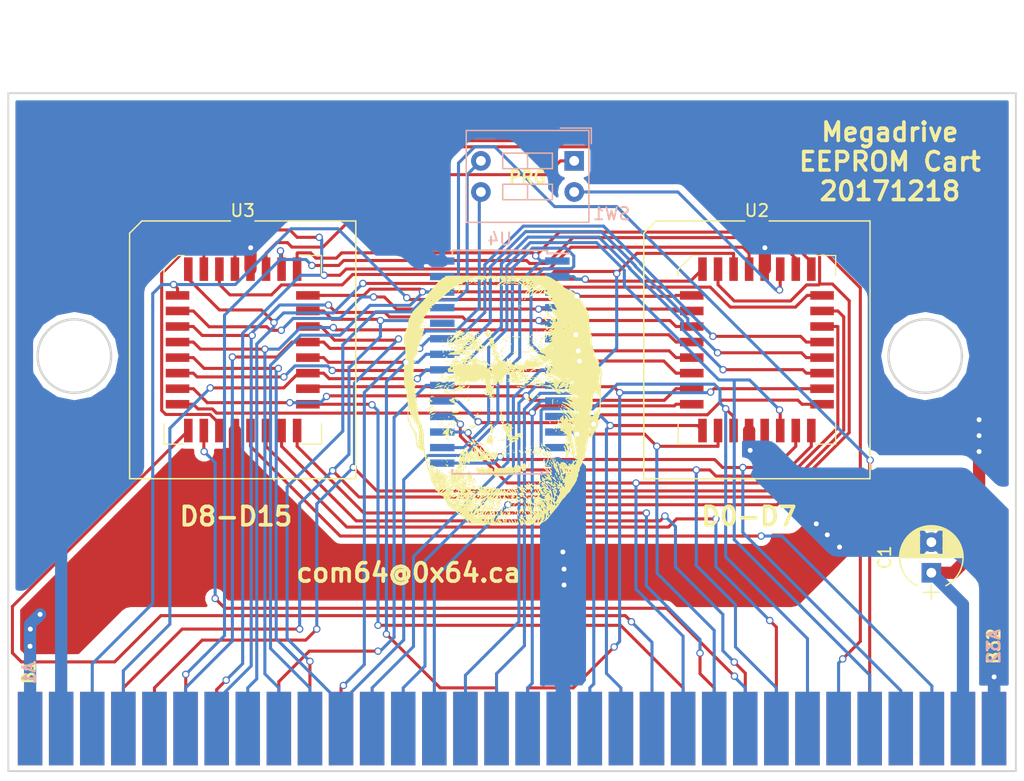
<source format=kicad_pcb>
(kicad_pcb (version 4) (host pcbnew 4.0.7)
  (layers (0 F.Cu signal) (31 B.Cu signal) (34 B.Paste user hide) (35 F.Paste user hide) (36 B.SilkS user) (37 F.SilkS user) (38 B.Mask user) (39 F.Mask user) (44 Edge.Cuts user))
  (net 0 "")
  (net 1 +5V)
  (net 2 GND)
  (net 3 "Net-(SW1-Pad1)")
  (net 4 /A22)
  (net 5 "Net-(SW1-Pad2)")
  (net 6 /A23)
  (net 7 /A8)
  (net 8 /A11)
  (net 9 /A07)
  (net 10 /A12)
  (net 11 /A6)
  (net 12 /A13)
  (net 13 /A5)
  (net 14 /A14)
  (net 15 /A4)
  (net 16 /A15)
  (net 17 /A3)
  (net 18 /A16)
  (net 19 /A2)
  (net 20 /A17)
  (net 21 /A1)
  (net 22 /D7)
  (net 23 /D0)
  (net 24 /D8)
  (net 25 /D6)
  (net 26 /D1)
  (net 27 /D9)
  (net 28 /D5)
  (net 29 /D2)
  (net 30 /D10)
  (net 31 /D4)
  (net 32 /D3)
  (net 33 /D11)
  (net 34 "Net-(U1-Pad33)")
  (net 35 "Net-(U1-Pad34)")
  (net 36 "Net-(U1-Pad35)")
  (net 37 /A9)
  (net 38 /A10)
  (net 39 /A18)
  (net 40 /A19)
  (net 41 /A20)
  (net 42 /A21)
  (net 43 "Net-(U1-Pad44)")
  (net 44 "Net-(U1-Pad45)")
  (net 45 "Net-(U1-Pad46)")
  (net 46 "Net-(U1-Pad47)")
  (net 47 //OE)
  (net 48 //CE)
  (net 49 "Net-(U1-Pad50)")
  (net 50 "Net-(U1-Pad51)")
  (net 51 "Net-(U1-Pad52)")
  (net 52 "Net-(U1-Pad53)")
  (net 53 /D15)
  (net 54 /D14)
  (net 55 /D13)
  (net 56 /D12)
  (net 57 "Net-(U1-Pad58)")
  (net 58 "Net-(U1-Pad59)")
  (net 59 //WR)
  (net 60 "Net-(U1-Pad61)")
  (net 61 "Net-(U1-Pad62)")
  (net 62 "Net-(U1-Pad63)")
  (net 63 /A7)
  (module pcb:MD_CART (layer F.Cu) (at 134.3 138.86)
    (fp_text reference U1 hide)
    (fp_text value MD_CART)
    (pad 1 connect rect (at -39.368 -4.064) (size 2 6) (layers B.Cu B.Mask) (net 2 GND))
    (pad 2 connect rect (at -36.828 -4.064) (size 2 6) (layers B.Cu B.Mask) (net 1 +5V))
    (pad 3 connect rect (at -34.288 -4.064) (size 2 6) (layers B.Cu B.Mask) (net 7 /A8))
    (pad 4 connect rect (at -31.748 -4.064) (size 2 6) (layers B.Cu B.Mask) (net 8 /A11))
    (pad 5 connect rect (at -29.208 -4.064) (size 2 6) (layers B.Cu B.Mask) (net 9 /A07))
    (pad 6 connect rect (at -26.668 -4.064) (size 2 6) (layers B.Cu B.Mask) (net 10 /A12))
    (pad 7 connect rect (at -24.128 -4.064) (size 2 6) (layers B.Cu B.Mask) (net 11 /A6))
    (pad 8 connect rect (at -21.588 -4.064) (size 2 6) (layers B.Cu B.Mask) (net 12 /A13))
    (pad 9 connect rect (at -19.048 -4.064) (size 2 6) (layers B.Cu B.Mask) (net 13 /A5))
    (pad 10 connect rect (at -16.508 -4.064) (size 2 6) (layers B.Cu B.Mask) (net 14 /A14))
    (pad 11 connect rect (at -13.968 -4.064) (size 2 6) (layers B.Cu B.Mask) (net 15 /A4))
    (pad 12 connect rect (at -11.428 -4.064) (size 2 6) (layers B.Cu B.Mask) (net 16 /A15))
    (pad 13 connect rect (at -8.888 -4.064) (size 2 6) (layers B.Cu B.Mask) (net 17 /A3))
    (pad 14 connect rect (at -6.348 -4.064) (size 2 6) (layers B.Cu B.Mask) (net 18 /A16))
    (pad 15 connect rect (at -3.808 -4.064) (size 2 6) (layers B.Cu B.Mask) (net 19 /A2))
    (pad 16 connect rect (at -1.268 -4.064) (size 2 6) (layers B.Cu B.Mask) (net 20 /A17))
    (pad 17 connect rect (at 1.272 -4.064) (size 2 6) (layers B.Cu B.Mask) (net 21 /A1))
    (pad 18 connect rect (at 3.812 -4.064) (size 2 6) (layers B.Cu B.Mask) (net 2 GND))
    (pad 19 connect rect (at 6.352 -4.064) (size 2 6) (layers B.Cu B.Mask) (net 22 /D7))
    (pad 20 connect rect (at 8.892 -4.064) (size 2 6) (layers B.Cu B.Mask) (net 23 /D0))
    (pad 21 connect rect (at 11.432 -4.064) (size 2 6) (layers B.Cu B.Mask) (net 24 /D8))
    (pad 22 connect rect (at 13.972 -4.064) (size 2 6) (layers B.Cu B.Mask) (net 25 /D6))
    (pad 23 connect rect (at 16.512 -4.064) (size 2 6) (layers B.Cu B.Mask) (net 26 /D1))
    (pad 24 connect rect (at 19.052 -4.064) (size 2 6) (layers B.Cu B.Mask) (net 27 /D9))
    (pad 25 connect rect (at 21.592 -4.064) (size 2 6) (layers B.Cu B.Mask) (net 28 /D5))
    (pad 26 connect rect (at 24.132 -4.064) (size 2 6) (layers B.Cu B.Mask) (net 29 /D2))
    (pad 27 connect rect (at 26.672 -4.064) (size 2 6) (layers B.Cu B.Mask) (net 30 /D10))
    (pad 28 connect rect (at 29.212 -4.064) (size 2 6) (layers B.Cu B.Mask) (net 31 /D4))
    (pad 29 connect rect (at 31.752 -4.064) (size 2 6) (layers B.Cu B.Mask) (net 32 /D3))
    (pad 30 connect rect (at 34.292 -4.064) (size 2 6) (layers B.Cu B.Mask) (net 33 /D11))
    (pad 31 connect rect (at 36.832 -4.064) (size 2 6) (layers B.Cu B.Mask) (net 1 +5V))
    (pad 32 connect rect (at 39.372 -4.064) (size 2 6) (layers B.Cu B.Mask) (net 2 GND))
    (pad 33 connect rect (at -39.368 -4.064) (size 2 6) (layers F.Cu F.Mask) (net 34 "Net-(U1-Pad33)"))
    (pad 34 connect rect (at -36.828 -4.064) (size 2 6) (layers F.Cu F.Mask) (net 35 "Net-(U1-Pad34)"))
    (pad 35 connect rect (at -34.288 -4.064) (size 2 6) (layers F.Cu F.Mask) (net 36 "Net-(U1-Pad35)"))
    (pad 36 connect rect (at -31.748 -4.064) (size 2 6) (layers F.Cu F.Mask) (net 37 /A9))
    (pad 37 connect rect (at -29.208 -4.064) (size 2 6) (layers F.Cu F.Mask) (net 38 /A10))
    (pad 38 connect rect (at -26.668 -4.064) (size 2 6) (layers F.Cu F.Mask) (net 39 /A18))
    (pad 39 connect rect (at -24.128 -4.064) (size 2 6) (layers F.Cu F.Mask) (net 40 /A19))
    (pad 40 connect rect (at -21.588 -4.064) (size 2 6) (layers F.Cu F.Mask) (net 41 /A20))
    (pad 41 connect rect (at -19.048 -4.064) (size 2 6) (layers F.Cu F.Mask) (net 42 /A21))
    (pad 42 connect rect (at -16.508 -4.064) (size 2 6) (layers F.Cu F.Mask) (net 4 /A22))
    (pad 43 connect rect (at -13.968 -4.064) (size 2 6) (layers F.Cu F.Mask) (net 6 /A23))
    (pad 44 connect rect (at -11.428 -4.064) (size 2 6) (layers F.Cu F.Mask) (net 43 "Net-(U1-Pad44)"))
    (pad 45 connect rect (at -8.888 -4.064) (size 2 6) (layers F.Cu F.Mask) (net 44 "Net-(U1-Pad45)"))
    (pad 46 connect rect (at -6.348 -4.064) (size 2 6) (layers F.Cu F.Mask) (net 45 "Net-(U1-Pad46)"))
    (pad 47 connect rect (at -3.808 -4.064) (size 2 6) (layers F.Cu F.Mask) (net 46 "Net-(U1-Pad47)"))
    (pad 48 connect rect (at -1.268 -4.064) (size 2 6) (layers F.Cu F.Mask) (net 47 //OE))
    (pad 49 connect rect (at 1.272 -4.064) (size 2 6) (layers F.Cu F.Mask) (net 48 //CE))
    (pad 50 connect rect (at 3.812 -4.064) (size 2 6) (layers F.Cu F.Mask) (net 49 "Net-(U1-Pad50)"))
    (pad 51 connect rect (at 6.352 -4.064) (size 2 6) (layers F.Cu F.Mask) (net 50 "Net-(U1-Pad51)"))
    (pad 52 connect rect (at 8.892 -4.064) (size 2 6) (layers F.Cu F.Mask) (net 51 "Net-(U1-Pad52)"))
    (pad 53 connect rect (at 11.432 -4.064) (size 2 6) (layers F.Cu F.Mask) (net 52 "Net-(U1-Pad53)"))
    (pad 54 connect rect (at 13.972 -4.064) (size 2 6) (layers F.Cu F.Mask) (net 53 /D15))
    (pad 55 connect rect (at 16.512 -4.064) (size 2 6) (layers F.Cu F.Mask) (net 54 /D14))
    (pad 56 connect rect (at 19.052 -4.064) (size 2 6) (layers F.Cu F.Mask) (net 55 /D13))
    (pad 57 connect rect (at 21.592 -4.064) (size 2 6) (layers F.Cu F.Mask) (net 56 /D12))
    (pad 58 connect rect (at 24.132 -4.064) (size 2 6) (layers F.Cu F.Mask) (net 57 "Net-(U1-Pad58)"))
    (pad 59 connect rect (at 26.672 -4.064) (size 2 6) (layers F.Cu F.Mask) (net 58 "Net-(U1-Pad59)"))
    (pad 60 connect rect (at 29.212 -4.064) (size 2 6) (layers F.Cu F.Mask) (net 59 //WR))
    (pad 61 connect rect (at 31.752 -4.064) (size 2 6) (layers F.Cu F.Mask) (net 60 "Net-(U1-Pad61)"))
    (pad 62 connect rect (at 34.292 -4.064) (size 2 6) (layers F.Cu F.Mask) (net 61 "Net-(U1-Pad62)"))
    (pad 63 connect rect (at 36.832 -4.064) (size 2 6) (layers F.Cu F.Mask) (net 62 "Net-(U1-Pad63)"))
    (pad 64 connect rect (at 39.372 -4.064) (size 2 6) (layers F.Cu F.Mask) (net 2 GND))
  )
  (module Capacitors_THT:CP_Radial_D5.0mm_P2.50mm (layer F.Cu) (at 168.55 122.07 90)
    (fp_text reference C1 (at 1.25 -3.81 90) (layer F.SilkS))
    (fp_text value CP)
    (pad 1 thru_hole rect (at 0 0 90) (size 1.6 1.6) (drill 0.8) (layers *.Cu *.Mask) (net 1 +5V))
    (pad 2 thru_hole circle (at 2.5 0 90) (size 1.6 1.6) (drill 0.8) (layers *.Cu *.Mask) (net 2 GND))
  )
  (module Buttons_Switches_THT:SW_DIP_x2_W7.62mm_Slide (layer B.Cu) (at 139.377 88.4254 180)
    (fp_text reference SW1 (at -3.048 -4.318 180) (layer B.SilkS) (effects (justify mirror)))
    (fp_text value SW_DIP_x02)
    (pad 1 thru_hole rect (at 0 0 180) (size 1.6 1.6) (drill 0.8) (layers *.Cu *.Mask) (net 3 "Net-(SW1-Pad1)"))
    (pad 3 thru_hole oval (at 7.62 -2.54 180) (size 1.6 1.6) (drill 0.8) (layers *.Cu *.Mask) (net 6 /A23))
    (pad 2 thru_hole oval (at 0 -2.54 180) (size 1.6 1.6) (drill 0.8) (layers *.Cu *.Mask) (net 5 "Net-(SW1-Pad2)"))
    (pad 4 thru_hole oval (at 7.62 0 180) (size 1.6 1.6) (drill 0.8) (layers *.Cu *.Mask) (net 4 /A22))
  )
  (module Housings_LCC:PLCC-32_SMD-Socket (layer F.Cu) (at 154.3 103.86)
    (fp_text reference U2 (at 0 -11.375) (layer F.SilkS))
    (fp_text value SST39SF040)
    (pad 1 smd rect (at -0.635 -6.5925) (size 0.7 1.925) (layers F.Cu F.Paste F.Mask) (net 40 /A19))
    (pad 2 smd rect (at -1.905 -6.5925) (size 0.7 1.925) (layers F.Cu F.Paste F.Mask) (net 20 /A17))
    (pad 3 smd rect (at -3.175 -6.5925) (size 0.7 1.925) (layers F.Cu F.Paste F.Mask) (net 18 /A16))
    (pad 4 smd rect (at -4.445 -6.5925) (size 0.7 1.925) (layers F.Cu F.Paste F.Mask) (net 12 /A13))
    (pad 32 smd rect (at 0.635 -6.5925) (size 0.7 1.925) (layers F.Cu F.Paste F.Mask) (net 1 +5V))
    (pad 31 smd rect (at 1.905 -6.5925) (size 0.7 1.925) (layers F.Cu F.Paste F.Mask) (net 5 "Net-(SW1-Pad2)"))
    (pad 30 smd rect (at 3.175 -6.5925) (size 0.7 1.925) (layers F.Cu F.Paste F.Mask) (net 39 /A18))
    (pad 29 smd rect (at 4.445 -6.5925) (size 0.7 1.925) (layers F.Cu F.Paste F.Mask) (net 16 /A15))
    (pad 5 smd rect (at -5.3225 -4.445) (size 1.925 0.7) (layers F.Cu F.Paste F.Mask) (net 7 /A8))
    (pad 6 smd rect (at -5.3225 -3.175) (size 1.925 0.7) (layers F.Cu F.Paste F.Mask) (net 63 /A7))
    (pad 7 smd rect (at -5.3225 -1.905) (size 1.925 0.7) (layers F.Cu F.Paste F.Mask) (net 11 /A6))
    (pad 8 smd rect (at -5.3225 -0.635) (size 1.925 0.7) (layers F.Cu F.Paste F.Mask) (net 13 /A5))
    (pad 9 smd rect (at -5.3225 0.635) (size 1.925 0.7) (layers F.Cu F.Paste F.Mask) (net 15 /A4))
    (pad 10 smd rect (at -5.3225 1.905) (size 1.925 0.7) (layers F.Cu F.Paste F.Mask) (net 17 /A3))
    (pad 11 smd rect (at -5.3225 3.175) (size 1.925 0.7) (layers F.Cu F.Paste F.Mask) (net 19 /A2))
    (pad 12 smd rect (at -5.3225 4.445) (size 1.925 0.7) (layers F.Cu F.Paste F.Mask) (net 21 /A1))
    (pad 13 smd rect (at -4.445 6.5925) (size 0.7 1.925) (layers F.Cu F.Paste F.Mask) (net 23 /D0))
    (pad 14 smd rect (at -3.175 6.5925) (size 0.7 1.925) (layers F.Cu F.Paste F.Mask) (net 26 /D1))
    (pad 15 smd rect (at -1.905 6.5925) (size 0.7 1.925) (layers F.Cu F.Paste F.Mask) (net 29 /D2))
    (pad 16 smd rect (at -0.635 6.5925) (size 0.7 1.925) (layers F.Cu F.Paste F.Mask) (net 2 GND))
    (pad 17 smd rect (at 0.635 6.5925) (size 0.7 1.925) (layers F.Cu F.Paste F.Mask) (net 32 /D3))
    (pad 18 smd rect (at 1.905 6.5925) (size 0.7 1.925) (layers F.Cu F.Paste F.Mask) (net 31 /D4))
    (pad 19 smd rect (at 3.175 6.5925) (size 0.7 1.925) (layers F.Cu F.Paste F.Mask) (net 28 /D5))
    (pad 20 smd rect (at 4.445 6.5925) (size 0.7 1.925) (layers F.Cu F.Paste F.Mask) (net 25 /D6))
    (pad 21 smd rect (at 5.3225 4.445) (size 1.925 0.7) (layers F.Cu F.Paste F.Mask) (net 22 /D7))
    (pad 22 smd rect (at 5.3225 3.175) (size 1.925 0.7) (layers F.Cu F.Paste F.Mask) (net 48 //CE))
    (pad 23 smd rect (at 5.3225 1.905) (size 1.925 0.7) (layers F.Cu F.Paste F.Mask) (net 8 /A11))
    (pad 24 smd rect (at 5.3225 0.635) (size 1.925 0.7) (layers F.Cu F.Paste F.Mask) (net 47 //OE))
    (pad 25 smd rect (at 5.3225 -0.635) (size 1.925 0.7) (layers F.Cu F.Paste F.Mask) (net 10 /A12))
    (pad 26 smd rect (at 5.3225 -1.905) (size 1.925 0.7) (layers F.Cu F.Paste F.Mask) (net 38 /A10))
    (pad 27 smd rect (at 5.3225 -3.175) (size 1.925 0.7) (layers F.Cu F.Paste F.Mask) (net 37 /A9))
    (pad 28 smd rect (at 5.3225 -4.445) (size 1.925 0.7) (layers F.Cu F.Paste F.Mask) (net 14 /A14))
  )
  (module Housings_LCC:PLCC-32_SMD-Socket (layer F.Cu) (at 112.3 103.86)
    (fp_text reference U3 (at 0 -11.375) (layer F.SilkS))
    (fp_text value SST39SF040)
    (pad 1 smd rect (at -0.635 -6.5925) (size 0.7 1.925) (layers F.Cu F.Paste F.Mask) (net 40 /A19))
    (pad 2 smd rect (at -1.905 -6.5925) (size 0.7 1.925) (layers F.Cu F.Paste F.Mask) (net 20 /A17))
    (pad 3 smd rect (at -3.175 -6.5925) (size 0.7 1.925) (layers F.Cu F.Paste F.Mask) (net 18 /A16))
    (pad 4 smd rect (at -4.445 -6.5925) (size 0.7 1.925) (layers F.Cu F.Paste F.Mask) (net 12 /A13))
    (pad 32 smd rect (at 0.635 -6.5925) (size 0.7 1.925) (layers F.Cu F.Paste F.Mask) (net 1 +5V))
    (pad 31 smd rect (at 1.905 -6.5925) (size 0.7 1.925) (layers F.Cu F.Paste F.Mask) (net 3 "Net-(SW1-Pad1)"))
    (pad 30 smd rect (at 3.175 -6.5925) (size 0.7 1.925) (layers F.Cu F.Paste F.Mask) (net 39 /A18))
    (pad 29 smd rect (at 4.445 -6.5925) (size 0.7 1.925) (layers F.Cu F.Paste F.Mask) (net 16 /A15))
    (pad 5 smd rect (at -5.3225 -4.445) (size 1.925 0.7) (layers F.Cu F.Paste F.Mask) (net 7 /A8))
    (pad 6 smd rect (at -5.3225 -3.175) (size 1.925 0.7) (layers F.Cu F.Paste F.Mask) (net 63 /A7))
    (pad 7 smd rect (at -5.3225 -1.905) (size 1.925 0.7) (layers F.Cu F.Paste F.Mask) (net 11 /A6))
    (pad 8 smd rect (at -5.3225 -0.635) (size 1.925 0.7) (layers F.Cu F.Paste F.Mask) (net 13 /A5))
    (pad 9 smd rect (at -5.3225 0.635) (size 1.925 0.7) (layers F.Cu F.Paste F.Mask) (net 15 /A4))
    (pad 10 smd rect (at -5.3225 1.905) (size 1.925 0.7) (layers F.Cu F.Paste F.Mask) (net 17 /A3))
    (pad 11 smd rect (at -5.3225 3.175) (size 1.925 0.7) (layers F.Cu F.Paste F.Mask) (net 19 /A2))
    (pad 12 smd rect (at -5.3225 4.445) (size 1.925 0.7) (layers F.Cu F.Paste F.Mask) (net 21 /A1))
    (pad 13 smd rect (at -4.445 6.5925) (size 0.7 1.925) (layers F.Cu F.Paste F.Mask) (net 24 /D8))
    (pad 14 smd rect (at -3.175 6.5925) (size 0.7 1.925) (layers F.Cu F.Paste F.Mask) (net 27 /D9))
    (pad 15 smd rect (at -1.905 6.5925) (size 0.7 1.925) (layers F.Cu F.Paste F.Mask) (net 30 /D10))
    (pad 16 smd rect (at -0.635 6.5925) (size 0.7 1.925) (layers F.Cu F.Paste F.Mask) (net 2 GND))
    (pad 17 smd rect (at 0.635 6.5925) (size 0.7 1.925) (layers F.Cu F.Paste F.Mask) (net 33 /D11))
    (pad 18 smd rect (at 1.905 6.5925) (size 0.7 1.925) (layers F.Cu F.Paste F.Mask) (net 56 /D12))
    (pad 19 smd rect (at 3.175 6.5925) (size 0.7 1.925) (layers F.Cu F.Paste F.Mask) (net 55 /D13))
    (pad 20 smd rect (at 4.445 6.5925) (size 0.7 1.925) (layers F.Cu F.Paste F.Mask) (net 54 /D14))
    (pad 21 smd rect (at 5.3225 4.445) (size 1.925 0.7) (layers F.Cu F.Paste F.Mask) (net 53 /D15))
    (pad 22 smd rect (at 5.3225 3.175) (size 1.925 0.7) (layers F.Cu F.Paste F.Mask) (net 48 //CE))
    (pad 23 smd rect (at 5.3225 1.905) (size 1.925 0.7) (layers F.Cu F.Paste F.Mask) (net 8 /A11))
    (pad 24 smd rect (at 5.3225 0.635) (size 1.925 0.7) (layers F.Cu F.Paste F.Mask) (net 47 //OE))
    (pad 25 smd rect (at 5.3225 -0.635) (size 1.925 0.7) (layers F.Cu F.Paste F.Mask) (net 10 /A12))
    (pad 26 smd rect (at 5.3225 -1.905) (size 1.925 0.7) (layers F.Cu F.Paste F.Mask) (net 38 /A10))
    (pad 27 smd rect (at 5.3225 -3.175) (size 1.925 0.7) (layers F.Cu F.Paste F.Mask) (net 37 /A9))
    (pad 28 smd rect (at 5.3225 -4.445) (size 1.925 0.7) (layers F.Cu F.Paste F.Mask) (net 14 /A14))
  )
  (module Housings_SOIC:SOIC-28W_7.5x17.9mm_Pitch1.27mm (layer B.Cu) (at 133.3 104.86 180)
    (fp_text reference U4 (at 0 10.05 180) (layer B.SilkS) (effects (justify mirror)))
    (fp_text value FM1808B-SG)
    (pad 1 smd rect (at -4.7 8.255 180) (size 2 0.6) (layers B.Cu B.Paste B.Mask) (net 16 /A15))
    (pad 2 smd rect (at -4.7 6.985 180) (size 2 0.6) (layers B.Cu B.Paste B.Mask) (net 12 /A13))
    (pad 3 smd rect (at -4.7 5.715 180) (size 2 0.6) (layers B.Cu B.Paste B.Mask) (net 7 /A8))
    (pad 4 smd rect (at -4.7 4.445 180) (size 2 0.6) (layers B.Cu B.Paste B.Mask) (net 63 /A7))
    (pad 5 smd rect (at -4.7 3.175 180) (size 2 0.6) (layers B.Cu B.Paste B.Mask) (net 11 /A6))
    (pad 6 smd rect (at -4.7 1.905 180) (size 2 0.6) (layers B.Cu B.Paste B.Mask) (net 13 /A5))
    (pad 7 smd rect (at -4.7 0.635 180) (size 2 0.6) (layers B.Cu B.Paste B.Mask) (net 15 /A4))
    (pad 8 smd rect (at -4.7 -0.635 180) (size 2 0.6) (layers B.Cu B.Paste B.Mask) (net 17 /A3))
    (pad 9 smd rect (at -4.7 -1.905 180) (size 2 0.6) (layers B.Cu B.Paste B.Mask) (net 19 /A2))
    (pad 10 smd rect (at -4.7 -3.175 180) (size 2 0.6) (layers B.Cu B.Paste B.Mask) (net 21 /A1))
    (pad 11 smd rect (at -4.7 -4.445 180) (size 2 0.6) (layers B.Cu B.Paste B.Mask) (net 23 /D0))
    (pad 12 smd rect (at -4.7 -5.715 180) (size 2 0.6) (layers B.Cu B.Paste B.Mask) (net 26 /D1))
    (pad 13 smd rect (at -4.7 -6.985 180) (size 2 0.6) (layers B.Cu B.Paste B.Mask) (net 29 /D2))
    (pad 14 smd rect (at -4.7 -8.255 180) (size 2 0.6) (layers B.Cu B.Paste B.Mask) (net 2 GND))
    (pad 15 smd rect (at 4.7 -8.255 180) (size 2 0.6) (layers B.Cu B.Paste B.Mask) (net 32 /D3))
    (pad 16 smd rect (at 4.7 -6.985 180) (size 2 0.6) (layers B.Cu B.Paste B.Mask) (net 31 /D4))
    (pad 17 smd rect (at 4.7 -5.715 180) (size 2 0.6) (layers B.Cu B.Paste B.Mask) (net 28 /D5))
    (pad 18 smd rect (at 4.7 -4.445 180) (size 2 0.6) (layers B.Cu B.Paste B.Mask) (net 25 /D6))
    (pad 19 smd rect (at 4.7 -3.175 180) (size 2 0.6) (layers B.Cu B.Paste B.Mask) (net 22 /D7))
    (pad 20 smd rect (at 4.7 -1.905 180) (size 2 0.6) (layers B.Cu B.Paste B.Mask) (net 42 /A21))
    (pad 21 smd rect (at 4.7 -0.635 180) (size 2 0.6) (layers B.Cu B.Paste B.Mask) (net 8 /A11))
    (pad 22 smd rect (at 4.7 0.635 180) (size 2 0.6) (layers B.Cu B.Paste B.Mask) (net 47 //OE))
    (pad 23 smd rect (at 4.7 1.905 180) (size 2 0.6) (layers B.Cu B.Paste B.Mask) (net 10 /A12))
    (pad 24 smd rect (at 4.7 3.175 180) (size 2 0.6) (layers B.Cu B.Paste B.Mask) (net 38 /A10))
    (pad 25 smd rect (at 4.7 4.445 180) (size 2 0.6) (layers B.Cu B.Paste B.Mask) (net 37 /A9))
    (pad 26 smd rect (at 4.7 5.715 180) (size 2 0.6) (layers B.Cu B.Paste B.Mask) (net 14 /A14))
    (pad 27 smd rect (at 4.7 6.985 180) (size 2 0.6) (layers B.Cu B.Paste B.Mask) (net 59 //WR))
    (pad 28 smd rect (at 4.7 8.255 180) (size 2 0.6) (layers B.Cu B.Paste B.Mask) (net 1 +5V))
  )
  (module pcb:LOGO_HAROLD_3 (layer F.Cu) (at 133.45 107.97)
    (fp_text reference G*** hide)
    (fp_text value LOGO hide)
  )
  (gr_text D8-D15 (at 111.75 117.47) (layer F.SilkS) (effects (font (size 1.5 1.5) (thickness 0.3))))
  (gr_text D0-D7 (at 153.65 117.47) (layer F.SilkS) (effects (font (size 1.5 1.5) (thickness 0.3))))
  (gr_text B32 (at 173.65 128.07 90) (layer F.SilkS) (effects (font (size 1 1) (thickness 0.2))))
  (gr_text A32 (at 173.65 128.07 90) (layer B.SilkS) (effects (font (size 1 1) (thickness 0.2)) (justify mirror)))
  (gr_text B1 (at 94.85 130.17 90) (layer F.SilkS) (effects (font (size 1 1) (thickness 0.2))))
  (gr_text A1 (at 94.85 130.27 90) (layer B.SilkS) (effects (font (size 1 1) (thickness 0.2)) (justify mirror)))
  (gr_text PRG (at 135.55 89.77) (layer F.SilkS) (effects (font (size 1 1) (thickness 0.2))))
  (gr_text com64@0x64.ca (at 125.85 122.07) (layer F.SilkS) (effects (font (size 1.5 1.5) (thickness 0.3))))
  (gr_circle (center 168.05 104.37) (end 168.05 107.37) (layer Edge.Cuts) (width 0.2))
  (gr_circle (center 98.55 104.37) (end 98.55 107.37) (layer Edge.Cuts) (width 0.2))
  (gr_line (start 93.154 82.9) (end 93.154 84.424) (angle 90) (layer Edge.Cuts) (width 0.15))
  (gr_line (start 175.45 82.9) (end 175.45 84.424) (angle 90) (layer Edge.Cuts) (width 0.15))
  (gr_line (start 93.154 138.272) (end 93.154 84.424) (angle 90) (layer Edge.Cuts) (width 0.15))
  (gr_line (start 175.45 138.272) (end 93.154 138.272) (angle 90) (layer Edge.Cuts) (width 0.15))
  (gr_line (start 175.45 138.272) (end 175.45 84.424) (angle 90) (layer Edge.Cuts) (width 0.15))
  (gr_line (start 175.45 82.9) (end 93.154 82.9) (angle 90) (layer Edge.Cuts) (width 0.15))
  (gr_text "Megadrive\nEEPROM Cart\n20171218" (at 165.163 88.488) (layer F.SilkS) (effects (font (size 1.5 1.5) (thickness 0.3))))
  (via (at 172.45 109.57) (size 0.6) (layers F.Cu B.Cu) (net 1))
  (via (at 172.45 112.17) (size 0.6) (layers F.Cu B.Cu) (net 1))
  (via (at 172.45 110.87) (size 0.6) (layers F.Cu B.Cu) (net 1))
  (via (at 154.95 95.52) (size 0.6) (layers F.Cu B.Cu) (net 1))
  (via (at 112.95 95.52) (size 0.6) (layers F.Cu B.Cu) (net 1))
  (segment (start 172.45 109.57) (end 172.45 110.87) (width 1) (layer F.Cu) (net 1))
  (segment (start 160.128 86.948) (end 154.95 86.948) (width 1) (layer B.Cu) (net 1))
  (segment (start 172.45 99.27) (end 160.128 86.948) (width 1) (layer B.Cu) (net 1))
  (segment (start 172.45 109.57) (end 172.45 99.27) (width 1) (layer B.Cu) (net 1))
  (segment (start 171.132 124.652) (end 168.55 122.07) (width 1) (layer B.Cu) (net 1))
  (segment (start 171.132 134.796) (end 171.132 124.652) (width 1) (layer B.Cu) (net 1))
  (segment (start 154.95 86.948) (end 154.95 95.52) (width 1) (layer B.Cu) (net 1))
  (segment (start 154.95 97.2525) (end 154.95 95.52) (width 1) (layer F.Cu) (net 1))
  (segment (start 154.935 97.2675) (end 154.95 97.2525) (width 1) (layer F.Cu) (net 1))
  (segment (start 127.885 96.605) (end 128.6 96.605) (width 1) (layer B.Cu) (net 1))
  (segment (start 122.091 90.8114) (end 127.885 96.605) (width 1) (layer B.Cu) (net 1))
  (segment (start 112.95 95.52) (end 112.95 90.8254) (width 1) (layer B.Cu) (net 1))
  (segment (start 112.935 95.535) (end 112.95 95.52) (width 1) (layer F.Cu) (net 1))
  (segment (start 112.935 97.2675) (end 112.935 95.535) (width 1) (layer F.Cu) (net 1))
  (segment (start 102.827 90.8254) (end 112.95 90.8254) (width 1) (layer B.Cu) (net 1))
  (segment (start 94.6774 98.9754) (end 102.827 90.8254) (width 1) (layer B.Cu) (net 1))
  (segment (start 94.6774 116.625) (end 94.6774 98.9754) (width 1) (layer B.Cu) (net 1))
  (segment (start 97.4274 119.375) (end 94.6774 116.625) (width 1) (layer B.Cu) (net 1))
  (segment (start 97.472 119.42) (end 97.4274 119.375) (width 1) (layer B.Cu) (net 1))
  (segment (start 97.472 134.796) (end 97.472 119.42) (width 1) (layer B.Cu) (net 1))
  (segment (start 122.077 90.8254) (end 122.091 90.8114) (width 1) (layer B.Cu) (net 1))
  (segment (start 112.95 90.8254) (end 122.077 90.8254) (width 1) (layer B.Cu) (net 1))
  (segment (start 153.172 85.17) (end 154.95 86.948) (width 1) (layer B.Cu) (net 1))
  (segment (start 127.732 85.17) (end 153.172 85.17) (width 1) (layer B.Cu) (net 1))
  (segment (start 122.091 90.8114) (end 127.732 85.17) (width 1) (layer B.Cu) (net 1))
  (segment (start 172.45 110.87) (end 172.45 112.17) (width 1) (layer F.Cu) (net 1))
  (segment (start 170.35 122.07) (end 168.55 122.07) (width 1) (layer F.Cu) (net 1))
  (segment (start 172.45 119.97) (end 170.35 122.07) (width 1) (layer F.Cu) (net 1))
  (segment (start 172.45 112.17) (end 172.45 119.97) (width 1) (layer F.Cu) (net 1))
  (segment (start 138.55 134.358) (end 138.55 123.07) (width 1) (layer B.Cu) (net 2))
  (segment (start 138 119.92) (end 138.45 120.37) (width 1) (layer B.Cu) (net 2))
  (via (at 138.45 120.37) (size 0.6) (drill 0.4) (layers F.Cu B.Cu) (net 2))
  (segment (start 138.45 120.37) (end 138.55 120.47) (width 1) (layer F.Cu) (net 2))
  (segment (start 138.55 120.47) (end 138.55 121.77) (width 1) (layer F.Cu) (net 2))
  (via (at 138.55 121.77) (size 0.6) (drill 0.4) (layers F.Cu B.Cu) (net 2))
  (segment (start 138.55 121.77) (end 138.55 123.07) (width 1) (layer B.Cu) (net 2))
  (via (at 138.55 123.07) (size 0.6) (drill 0.4) (layers F.Cu B.Cu) (net 2))
  (segment (start 138 119.92) (end 138 113.115) (width 1) (layer B.Cu) (net 2))
  (segment (start 138.55 134.358) (end 138.112 134.796) (width 1) (layer B.Cu) (net 2))
  (via (at 160.05 118.97) (size 0.6) (layers F.Cu B.Cu) (net 2))
  (via (at 161.05 119.97) (size 0.6) (layers F.Cu B.Cu) (net 2))
  (via (at 94.95 126.67) (size 0.6) (layers F.Cu B.Cu) (net 2))
  (via (at 95.75 125.47) (size 0.6) (layers F.Cu B.Cu) (net 2))
  (via (at 94.9274 128.075) (size 0.6) (layers F.Cu B.Cu) (net 2))
  (via (at 153.75 112.07) (size 0.6) (layers F.Cu B.Cu) (net 2))
  (via (at 159.15 118.07) (size 0.6) (layers F.Cu B.Cu) (net 2))
  (via (at 173.677 130.575) (size 0.6) (layers F.Cu B.Cu) (net 2))
  (segment (start 161.05 119.97) (end 160.05 118.97) (width 1) (layer B.Cu) (net 2))
  (segment (start 161.45 119.57) (end 161.05 119.97) (width 1) (layer B.Cu) (net 2))
  (segment (start 168.55 119.57) (end 161.45 119.57) (width 1) (layer B.Cu) (net 2))
  (segment (start 172.95 119.57) (end 168.55 119.57) (width 1) (layer B.Cu) (net 2))
  (segment (start 173.65 120.27) (end 172.95 119.57) (width 1) (layer B.Cu) (net 2))
  (segment (start 173.65 130.558) (end 173.65 120.27) (width 1) (layer B.Cu) (net 2))
  (segment (start 173.672 130.58) (end 173.65 130.558) (width 1) (layer B.Cu) (net 2))
  (segment (start 173.672 130.581) (end 173.672 130.58) (width 1) (layer B.Cu) (net 2))
  (segment (start 138.112 134.796) (end 138 134.684) (width 1) (layer B.Cu) (net 2))
  (segment (start 104.35 118.17) (end 111.55 118.17) (width 1) (layer F.Cu) (net 2))
  (segment (start 97.05 125.47) (end 104.35 118.17) (width 1) (layer F.Cu) (net 2))
  (segment (start 95.75 125.47) (end 97.05 125.47) (width 1) (layer F.Cu) (net 2))
  (segment (start 94.9274 126.693) (end 94.95 126.67) (width 1) (layer B.Cu) (net 2))
  (segment (start 94.9274 128.075) (end 94.9274 126.693) (width 1) (layer B.Cu) (net 2))
  (segment (start 94.95 126.27) (end 95.75 125.47) (width 1) (layer B.Cu) (net 2))
  (segment (start 94.95 126.67) (end 94.95 126.27) (width 1) (layer B.Cu) (net 2))
  (segment (start 94.932 128.08) (end 94.9274 128.075) (width 1) (layer B.Cu) (net 2))
  (segment (start 94.932 134.796) (end 94.932 128.08) (width 1) (layer B.Cu) (net 2))
  (segment (start 94.9224 128.07) (end 94.85 128.07) (width 1) (layer F.Cu) (net 2))
  (segment (start 94.9274 128.075) (end 94.9224 128.07) (width 1) (layer F.Cu) (net 2))
  (segment (start 159.15 117.47) (end 159.15 118.07) (width 1) (layer B.Cu) (net 2))
  (segment (start 153.75 112.07) (end 159.15 117.47) (width 1) (layer B.Cu) (net 2))
  (segment (start 159.15 118.07) (end 160.05 118.97) (width 1) (layer F.Cu) (net 2))
  (segment (start 94.9274 134.791) (end 94.932 134.796) (width 1) (layer B.Cu) (net 2))
  (segment (start 173.672 130.581) (end 173.677 130.575) (width 1) (layer F.Cu) (net 2))
  (segment (start 173.672 134.796) (end 173.672 130.581) (width 1) (layer F.Cu) (net 2))
  (segment (start 173.672 134.796) (end 173.672 130.581) (width 1) (layer B.Cu) (net 2))
  (segment (start 173.672 134.796) (end 173.672 130.581) (width 1) (layer B.Cu) (net 2))
  (segment (start 173.672 130.581) (end 173.677 130.575) (width 1) (layer B.Cu) (net 2))
  (segment (start 173.672 134.796) (end 173.672 130.581) (width 1) (layer B.Cu) (net 2))
  (segment (start 153.665 110.452) (end 153.665 110.4525) (width 1) (layer F.Cu) (net 2))
  (segment (start 153.665 111.985) (end 153.75 112.07) (width 1) (layer F.Cu) (net 2))
  (segment (start 153.665 110.4525) (end 153.665 111.985) (width 1) (layer F.Cu) (net 2))
  (segment (start 111.665 118.17) (end 111.665 110.4525) (width 1) (layer F.Cu) (net 2))
  (segment (start 111.55 118.17) (end 111.665 118.17) (width 1) (layer F.Cu) (net 2))
  (segment (start 111.665 110.4525) (end 111.665 110.452) (width 1) (layer F.Cu) (net 2))
  (segment (start 115.95 95.10235) (end 116.31765 95.47) (width 0.25) (layer F.Cu) (net 3))
  (segment (start 118.85 95.47) (end 119.21765 95.10235) (width 0.25) (layer F.Cu) (net 3))
  (segment (start 116.31765 95.47) (end 118.85 95.47) (width 0.25) (layer F.Cu) (net 3))
  (segment (start 115.08235 95.10235) (end 115.95 95.10235) (width 0.25) (layer F.Cu) (net 3))
  (segment (start 119.21765 95.10235) (end 119.46765 94.85235) (width 0.25) (layer F.Cu) (net 3))
  (segment (start 119.46765 94.85235) (end 124.7693 89.5507) (width 0.25) (layer F.Cu) (net 3))
  (segment (start 137.1264 89.5507) (end 138.2517 88.4254) (width 0.25) (layer F.Cu) (net 3))
  (segment (start 124.7693 89.5507) (end 137.1264 89.5507) (width 0.25) (layer F.Cu) (net 3))
  (segment (start 114.205 95.9797) (end 115.08235 95.10235) (width 0.25) (layer F.Cu) (net 3))
  (segment (start 114.205 97.2675) (end 114.205 95.9797) (width 0.25) (layer F.Cu) (net 3))
  (segment (start 139.377 88.4254) (end 138.2517 88.4254) (width 0.25) (layer F.Cu) (net 3))
  (segment (start 120.4741 104.17) (end 120.4741 103.4459) (width 0.25) (layer B.Cu) (net 4))
  (segment (start 120.4741 103.4459) (end 123.1628 100.7572) (width 0.25) (layer B.Cu) (net 4))
  (segment (start 131.757 88.4254) (end 130.6317 89.5507) (width 0.25) (layer B.Cu) (net 4))
  (segment (start 130.6317 89.5507) (end 130.6317 90.3946) (width 0.25) (layer B.Cu) (net 4))
  (via (at 117.7905 129.3062) (size 0.6) (layers F.Cu B.Cu) (net 4))
  (segment (start 117.7905 131.4692) (end 117.7905 129.3062) (width 0.25) (layer F.Cu) (net 4))
  (segment (start 117.792 131.4707) (end 117.7905 131.4692) (width 0.25) (layer F.Cu) (net 4))
  (segment (start 117.792 134.796) (end 117.792 131.4707) (width 0.25) (layer F.Cu) (net 4))
  (segment (start 130.6317 98.9486) (end 130.6317 90.3946) (width 0.25) (layer B.Cu) (net 4))
  (segment (start 129.7942 99.7861) (end 130.6317 98.9486) (width 0.25) (layer B.Cu) (net 4))
  (segment (start 127.0399 99.7861) (end 129.7942 99.7861) (width 0.25) (layer B.Cu) (net 4))
  (segment (start 126.0688 100.7572) (end 127.0399 99.7861) (width 0.25) (layer B.Cu) (net 4))
  (segment (start 123.1628 100.7572) (end 126.0688 100.7572) (width 0.25) (layer B.Cu) (net 4))
  (segment (start 120.4741 110.5057) (end 120.4741 104.17) (width 0.25) (layer B.Cu) (net 4))
  (segment (start 115.9239 115.0559) (end 120.4741 110.5057) (width 0.25) (layer B.Cu) (net 4))
  (segment (start 115.9239 127.4396) (end 115.9239 115.0559) (width 0.25) (layer B.Cu) (net 4))
  (segment (start 117.7905 129.3062) (end 115.9239 127.4396) (width 0.25) (layer B.Cu) (net 4))
  (segment (start 156.15 98.97) (end 155.8526 98.97) (width 0.25) (layer B.Cu) (net 5))
  (segment (start 155.8526 98.97) (end 153.25 96.3674) (width 0.25) (layer B.Cu) (net 5))
  (segment (start 156.205 97.2675) (end 156.205 98.915) (width 0.25) (layer F.Cu) (net 5))
  (via (at 156.15 98.97) (size 0.6) (drill 0.4) (layers F.Cu B.Cu) (net 5))
  (segment (start 156.205 98.915) (end 156.15 98.97) (width 0.25) (layer F.Cu) (net 5))
  (segment (start 153.2455 96.3674) (end 153.25 96.3674) (width 0.25) (layer B.Cu) (net 5))
  (segment (start 139.377 90.9654) (end 147.8435 90.9654) (width 0.25) (layer B.Cu) (net 5))
  (segment (start 147.8435 90.9654) (end 153.2455 96.3674) (width 0.25) (layer B.Cu) (net 5))
  (segment (start 131.757 90.9654) (end 131.6251 91.0973) (width 0.25) (layer B.Cu) (net 6))
  (segment (start 131.6251 91.0973) (end 131.6251 92.2226) (width 0.25) (layer B.Cu) (net 6))
  (via (at 120.5268 131.2759) (size 0.6) (layers F.Cu B.Cu) (net 6))
  (segment (start 120.332 134.796) (end 120.332 131.4707) (width 0.25) (layer F.Cu) (net 6))
  (segment (start 122.2357 129.567) (end 120.5268 131.2759) (width 0.25) (layer B.Cu) (net 6))
  (segment (start 122.2357 107.3367) (end 122.2357 129.567) (width 0.25) (layer B.Cu) (net 6))
  (segment (start 127.2544 102.318) (end 122.2357 107.3367) (width 0.25) (layer B.Cu) (net 6))
  (segment (start 129.7306 102.318) (end 127.2544 102.318) (width 0.25) (layer B.Cu) (net 6))
  (segment (start 131.6251 100.4235) (end 129.7306 102.318) (width 0.25) (layer B.Cu) (net 6))
  (segment (start 131.6251 92.2226) (end 131.6251 100.4235) (width 0.25) (layer B.Cu) (net 6))
  (segment (start 120.332 131.4707) (end 120.5268 131.2759) (width 0.25) (layer F.Cu) (net 6))
  (segment (start 115.7 94.52) (end 116.25 93.97) (width 0.25) (layer B.Cu) (net 7))
  (segment (start 116.25 93.97) (end 120.0665 93.97) (width 0.25) (layer B.Cu) (net 7))
  (segment (start 111.1307 98.526) (end 111.694 98.526) (width 0.25) (layer B.Cu) (net 7))
  (segment (start 111.694 98.526) (end 115.7 94.52) (width 0.25) (layer B.Cu) (net 7))
  (segment (start 104.95 100.27) (end 104.95 99.27) (width 0.25) (layer B.Cu) (net 7))
  (segment (start 105.694 98.526) (end 106.6548 98.526) (width 0.25) (layer B.Cu) (net 7))
  (segment (start 104.95 99.27) (end 105.694 98.526) (width 0.25) (layer B.Cu) (net 7))
  (segment (start 104.95 107.7798) (end 104.95 100.27) (width 0.25) (layer B.Cu) (net 7))
  (segment (start 100.012 134.796) (end 100.012 129.508) (width 0.25) (layer B.Cu) (net 7))
  (segment (start 104.95 124.57) (end 104.95 122.67) (width 0.25) (layer B.Cu) (net 7))
  (segment (start 100.012 129.508) (end 104.95 124.57) (width 0.25) (layer B.Cu) (net 7))
  (segment (start 104.95 122.67) (end 104.95 107.7798) (width 0.25) (layer B.Cu) (net 7))
  (segment (start 138 99.145) (end 139.2526 99.145) (width 0.25) (layer B.Cu) (net 7))
  (segment (start 139.2526 99.145) (end 139.5974 99.4898) (width 0.25) (layer B.Cu) (net 7))
  (via (at 139.5974 99.4898) (size 0.6) (layers F.Cu B.Cu) (net 7))
  (via (at 106.6548 98.526) (size 0.6) (layers F.Cu B.Cu) (net 7))
  (via (at 125.7006 99.6041) (size 0.6) (layers F.Cu B.Cu) (net 7))
  (segment (start 125.7006 99.6041) (end 120.0665 93.97) (width 0.25) (layer B.Cu) (net 7))
  (segment (start 139.5974 99.4898) (end 139.3406 99.7466) (width 0.25) (layer F.Cu) (net 7))
  (segment (start 139.3406 99.7466) (end 125.8431 99.7466) (width 0.25) (layer F.Cu) (net 7))
  (segment (start 125.8431 99.7466) (end 125.7006 99.6041) (width 0.25) (layer F.Cu) (net 7))
  (segment (start 148.9775 99.415) (end 147.6897 99.415) (width 0.25) (layer F.Cu) (net 7))
  (segment (start 106.9775 98.8487) (end 106.6548 98.526) (width 0.25) (layer F.Cu) (net 7))
  (segment (start 106.9775 99.415) (end 106.9775 98.8487) (width 0.25) (layer F.Cu) (net 7))
  (segment (start 147.6149 99.4898) (end 139.5974 99.4898) (width 0.25) (layer F.Cu) (net 7))
  (segment (start 147.6897 99.415) (end 147.6149 99.4898) (width 0.25) (layer F.Cu) (net 7))
  (segment (start 111.1307 98.526) (end 106.6548 98.526) (width 0.25) (layer B.Cu) (net 7))
  (segment (start 116.3347 106.2833) (end 116.853 105.765) (width 0.25) (layer F.Cu) (net 8))
  (segment (start 116.853 105.765) (end 117.6225 105.765) (width 0.25) (layer F.Cu) (net 8))
  (segment (start 106.35 112.77) (end 106.35 110.27) (width 0.25) (layer B.Cu) (net 8))
  (segment (start 115.648 106.97) (end 115.949 106.669) (width 0.25) (layer F.Cu) (net 8))
  (segment (start 109.65 106.97) (end 115.648 106.97) (width 0.25) (layer F.Cu) (net 8))
  (via (at 109.65 106.97) (size 0.6) (drill 0.4) (layers F.Cu B.Cu) (net 8))
  (segment (start 106.35 110.27) (end 109.65 106.97) (width 0.25) (layer B.Cu) (net 8))
  (segment (start 106.35 126.27) (end 102.552 130.068) (width 0.25) (layer B.Cu) (net 8))
  (segment (start 106.35 112.77) (end 106.35 126.27) (width 0.25) (layer B.Cu) (net 8))
  (via (at 126.5651 106.2153) (size 0.6) (layers F.Cu B.Cu) (net 8))
  (via (at 151.5356 105.4796) (size 0.6) (layers F.Cu B.Cu) (net 8))
  (segment (start 116.9786 105.765) (end 117.6225 105.765) (width 0.25) (layer F.Cu) (net 8))
  (segment (start 127.2747 105.5057) (end 126.5651 106.2153) (width 0.25) (layer B.Cu) (net 8))
  (segment (start 127.2747 105.495) (end 127.2747 105.5057) (width 0.25) (layer B.Cu) (net 8))
  (segment (start 119.3606 106.2153) (end 126.5651 106.2153) (width 0.25) (layer F.Cu) (net 8))
  (segment (start 118.9103 105.765) (end 119.3606 106.2153) (width 0.25) (layer F.Cu) (net 8))
  (segment (start 117.6225 105.765) (end 118.9103 105.765) (width 0.25) (layer F.Cu) (net 8))
  (segment (start 128.05 105.495) (end 127.2747 105.495) (width 0.25) (layer B.Cu) (net 8))
  (segment (start 128.05 105.495) (end 128.6 105.495) (width 0.25) (layer B.Cu) (net 8))
  (segment (start 158.0493 105.4796) (end 158.3347 105.765) (width 0.25) (layer F.Cu) (net 8))
  (segment (start 151.5356 105.4796) (end 158.0493 105.4796) (width 0.25) (layer F.Cu) (net 8))
  (segment (start 159.6225 105.765) (end 158.3347 105.765) (width 0.25) (layer F.Cu) (net 8))
  (segment (start 128.6 105.495) (end 129.9253 105.495) (width 0.25) (layer B.Cu) (net 8))
  (segment (start 102.552 130.068) (end 102.552 134.796) (width 0.25) (layer B.Cu) (net 8))
  (segment (start 115.949 106.669) (end 116.3347 106.2833) (width 0.25) (layer F.Cu) (net 8))
  (segment (start 133.4263 101.994) (end 129.9253 105.495) (width 0.25) (layer B.Cu) (net 8))
  (segment (start 133.4263 96.8229) (end 133.4263 101.994) (width 0.25) (layer B.Cu) (net 8))
  (segment (start 135.5947 94.6545) (end 133.4263 96.8229) (width 0.25) (layer B.Cu) (net 8))
  (segment (start 141.3962 94.6545) (end 135.5947 94.6545) (width 0.25) (layer B.Cu) (net 8))
  (segment (start 143.923 97.1813) (end 141.3962 94.6545) (width 0.25) (layer B.Cu) (net 8))
  (segment (start 143.923 97.2301) (end 143.923 97.1813) (width 0.25) (layer B.Cu) (net 8))
  (segment (start 148.2065 101.5136) (end 143.923 97.2301) (width 0.25) (layer B.Cu) (net 8))
  (segment (start 148.2066 101.5136) (end 148.2065 101.5136) (width 0.25) (layer B.Cu) (net 8))
  (segment (start 148.2066 102.1506) (end 148.2066 101.5136) (width 0.25) (layer B.Cu) (net 8))
  (segment (start 151.5356 105.4796) (end 148.2066 102.1506) (width 0.25) (layer B.Cu) (net 8))
  (segment (start 128.6 102.955) (end 127.538 102.955) (width 0.25) (layer B.Cu) (net 10))
  (segment (start 127.538 102.955) (end 126.7517 103.7413) (width 0.25) (layer B.Cu) (net 10))
  (via (at 111.4557 104.4459) (size 0.6) (layers F.Cu B.Cu) (net 10))
  (via (at 150.7058 102.7594) (size 0.6) (layers F.Cu B.Cu) (net 10))
  (via (at 126.7517 103.7413) (size 0.6) (layers F.Cu B.Cu) (net 10))
  (segment (start 107.632 134.796) (end 107.632 131.4707) (width 0.25) (layer B.Cu) (net 10))
  (segment (start 157.8691 102.7594) (end 158.3347 103.225) (width 0.25) (layer F.Cu) (net 10))
  (segment (start 150.7058 102.7594) (end 157.8691 102.7594) (width 0.25) (layer F.Cu) (net 10))
  (segment (start 159.6225 103.225) (end 158.3347 103.225) (width 0.25) (layer F.Cu) (net 10))
  (segment (start 128.6 102.955) (end 129.9253 102.955) (width 0.25) (layer B.Cu) (net 10))
  (segment (start 115.1138 104.4459) (end 111.4557 104.4459) (width 0.25) (layer F.Cu) (net 10))
  (segment (start 116.3347 103.225) (end 115.1138 104.4459) (width 0.25) (layer F.Cu) (net 10))
  (segment (start 117.6225 103.225) (end 116.3347 103.225) (width 0.25) (layer F.Cu) (net 10))
  (segment (start 117.6225 103.225) (end 118.9103 103.225) (width 0.25) (layer F.Cu) (net 10))
  (segment (start 111.4557 127.647) (end 111.4557 104.4459) (width 0.25) (layer B.Cu) (net 10))
  (segment (start 107.632 131.4707) (end 111.4557 127.647) (width 0.25) (layer B.Cu) (net 10))
  (segment (start 119.4266 103.7413) (end 126.7517 103.7413) (width 0.25) (layer F.Cu) (net 10))
  (segment (start 118.9103 103.225) (end 119.4266 103.7413) (width 0.25) (layer F.Cu) (net 10))
  (segment (start 132.0754 100.8049) (end 129.9253 102.955) (width 0.25) (layer B.Cu) (net 10))
  (segment (start 132.0754 96.9) (end 132.0754 100.8049) (width 0.25) (layer B.Cu) (net 10))
  (segment (start 135.2215 93.7539) (end 132.0754 96.9) (width 0.25) (layer B.Cu) (net 10))
  (segment (start 141.7694 93.7539) (end 135.2215 93.7539) (width 0.25) (layer B.Cu) (net 10))
  (segment (start 144.8236 96.8081) (end 141.7694 93.7539) (width 0.25) (layer B.Cu) (net 10))
  (segment (start 144.8236 96.8569) (end 144.8236 96.8081) (width 0.25) (layer B.Cu) (net 10))
  (segment (start 144.8237 96.8569) (end 144.8236 96.8569) (width 0.25) (layer B.Cu) (net 10))
  (segment (start 150.7058 102.739) (end 144.8237 96.8569) (width 0.25) (layer B.Cu) (net 10))
  (segment (start 150.7058 102.7594) (end 150.7058 102.739) (width 0.25) (layer B.Cu) (net 10))
  (segment (start 123.91435 100.80565) (end 119.91605 100.80565) (width 0.25) (layer F.Cu) (net 11))
  (segment (start 119.91605 100.80565) (end 119.3089 100.1985) (width 0.25) (layer F.Cu) (net 11))
  (segment (start 136.4862 101.4673) (end 130.5473 101.4673) (width 0.25) (layer F.Cu) (net 11))
  (segment (start 124.2787 101.17) (end 123.91435 100.80565) (width 0.25) (layer F.Cu) (net 11))
  (segment (start 130.25 101.17) (end 124.2787 101.17) (width 0.25) (layer F.Cu) (net 11))
  (segment (start 130.5473 101.4673) (end 130.25 101.17) (width 0.25) (layer F.Cu) (net 11))
  (segment (start 110.172 134.796) (end 110.172 132.5002) (width 0.25) (layer B.Cu) (net 11))
  (segment (start 110.172 132.5002) (end 111.2015 131.4707) (width 0.25) (layer B.Cu) (net 11))
  (via (at 113.0701 102.6855) (size 0.6) (layers F.Cu B.Cu) (net 11))
  (via (at 136.4862 101.4673) (size 0.6) (layers F.Cu B.Cu) (net 11))
  (via (at 119.3089 100.1985) (size 0.6) (layers F.Cu B.Cu) (net 11))
  (segment (start 115.322 100.1985) (end 119.3089 100.1985) (width 0.25) (layer B.Cu) (net 11))
  (segment (start 113.0701 102.4504) (end 115.322 100.1985) (width 0.25) (layer B.Cu) (net 11))
  (segment (start 113.0701 102.6855) (end 113.0701 102.4504) (width 0.25) (layer B.Cu) (net 11))
  (segment (start 106.9775 101.955) (end 108.2653 101.955) (width 0.25) (layer F.Cu) (net 11))
  (segment (start 108.9958 102.6855) (end 113.0701 102.6855) (width 0.25) (layer F.Cu) (net 11))
  (segment (start 108.2653 101.955) (end 108.9958 102.6855) (width 0.25) (layer F.Cu) (net 11))
  (segment (start 148.9775 101.955) (end 147.6897 101.955) (width 0.25) (layer F.Cu) (net 11))
  (segment (start 136.6747 101.6558) (end 136.4862 101.4673) (width 0.25) (layer B.Cu) (net 11))
  (segment (start 136.6747 101.685) (end 136.6747 101.6558) (width 0.25) (layer B.Cu) (net 11))
  (segment (start 147.202 101.4673) (end 136.4862 101.4673) (width 0.25) (layer F.Cu) (net 11))
  (segment (start 147.6897 101.955) (end 147.202 101.4673) (width 0.25) (layer F.Cu) (net 11))
  (segment (start 138 101.685) (end 136.6747 101.685) (width 0.25) (layer B.Cu) (net 11))
  (segment (start 112.9937 102.7619) (end 113.0701 102.6855) (width 0.25) (layer B.Cu) (net 11))
  (segment (start 112.9937 129.6785) (end 112.9937 102.7619) (width 0.25) (layer B.Cu) (net 11))
  (segment (start 111.2015 131.4707) (end 112.9937 129.6785) (width 0.25) (layer B.Cu) (net 11))
  (segment (start 108.60735 98.81265) (end 107.855 98.0603) (width 0.25) (layer F.Cu) (net 12))
  (segment (start 107.855 98.0603) (end 107.855 97.2675) (width 0.25) (layer F.Cu) (net 12))
  (segment (start 108.60735 98.81265) (end 110.3974 100.6027) (width 0.25) (layer F.Cu) (net 12))
  (segment (start 110.3974 100.6027) (end 111.6902 100.6027) (width 0.25) (layer F.Cu) (net 12))
  (via (at 140.2729 98.0914) (size 0.6) (layers F.Cu B.Cu) (net 12))
  (via (at 114.8533 101.6301) (size 0.6) (layers F.Cu B.Cu) (net 12))
  (segment (start 111.6902 100.6027) (end 113.8259 100.6027) (width 0.25) (layer F.Cu) (net 12))
  (segment (start 113.8259 100.6027) (end 114.8533 101.6301) (width 0.25) (layer F.Cu) (net 12))
  (via (at 122.116 98.4357) (size 0.6) (layers F.Cu B.Cu) (net 12))
  (segment (start 138 97.875) (end 139.3253 97.875) (width 0.25) (layer B.Cu) (net 12))
  (segment (start 112.712 134.796) (end 112.712 131.4707) (width 0.25) (layer B.Cu) (net 12))
  (segment (start 140.2729 98.0913) (end 140.2729 98.0914) (width 0.25) (layer B.Cu) (net 12))
  (segment (start 139.5416 98.0913) (end 140.2729 98.0913) (width 0.25) (layer B.Cu) (net 12))
  (segment (start 139.3253 97.875) (end 139.5416 98.0913) (width 0.25) (layer B.Cu) (net 12))
  (segment (start 137.9802 98.0914) (end 140.2729 98.0914) (width 0.25) (layer F.Cu) (net 12))
  (segment (start 137.6359 98.4357) (end 137.9802 98.0914) (width 0.25) (layer F.Cu) (net 12))
  (segment (start 122.116 98.4357) (end 137.6359 98.4357) (width 0.25) (layer F.Cu) (net 12))
  (segment (start 148.8702 98.2523) (end 149.855 97.2675) (width 0.25) (layer F.Cu) (net 12))
  (segment (start 140.4338 98.2523) (end 148.8702 98.2523) (width 0.25) (layer F.Cu) (net 12))
  (segment (start 140.2729 98.0914) (end 140.4338 98.2523) (width 0.25) (layer F.Cu) (net 12))
  (segment (start 114.8533 101.9793) (end 114.8533 101.6301) (width 0.25) (layer B.Cu) (net 12))
  (segment (start 113.4472 103.3854) (end 114.8533 101.9793) (width 0.25) (layer B.Cu) (net 12))
  (segment (start 113.4472 130.7355) (end 113.4472 103.3854) (width 0.25) (layer B.Cu) (net 12))
  (segment (start 112.712 131.4707) (end 113.4472 130.7355) (width 0.25) (layer B.Cu) (net 12))
  (segment (start 119.7079 100.8438) (end 122.116 98.4357) (width 0.25) (layer B.Cu) (net 12))
  (segment (start 115.6396 100.8438) (end 119.7079 100.8438) (width 0.25) (layer B.Cu) (net 12))
  (segment (start 114.8533 101.6301) (end 115.6396 100.8438) (width 0.25) (layer B.Cu) (net 12))
  (segment (start 138 102.955) (end 139.184 102.955) (width 0.25) (layer B.Cu) (net 13))
  (segment (start 139.184 102.955) (end 139.5086 102.6304) (width 0.25) (layer B.Cu) (net 13))
  (via (at 139.5086 102.6304) (size 0.6) (layers F.Cu B.Cu) (net 13))
  (via (at 114.1096 103.8043) (size 0.6) (layers F.Cu B.Cu) (net 13))
  (via (at 119.7018 102.0387) (size 0.6) (layers F.Cu B.Cu) (net 13))
  (segment (start 148.9775 103.225) (end 147.6897 103.225) (width 0.25) (layer F.Cu) (net 13))
  (segment (start 106.9775 103.225) (end 108.2653 103.225) (width 0.25) (layer F.Cu) (net 13))
  (segment (start 114.1096 130.3283) (end 114.1096 103.8043) (width 0.25) (layer B.Cu) (net 13))
  (segment (start 115.252 131.4707) (end 114.1096 130.3283) (width 0.25) (layer B.Cu) (net 13))
  (segment (start 108.8446 103.8043) (end 114.1096 103.8043) (width 0.25) (layer F.Cu) (net 13))
  (segment (start 108.2653 103.225) (end 108.8446 103.8043) (width 0.25) (layer F.Cu) (net 13))
  (segment (start 115.252 134.796) (end 115.252 131.4707) (width 0.25) (layer B.Cu) (net 13))
  (segment (start 147.0951 102.6304) (end 139.5086 102.6304) (width 0.25) (layer F.Cu) (net 13))
  (segment (start 147.6897 103.225) (end 147.0951 102.6304) (width 0.25) (layer F.Cu) (net 13))
  (segment (start 119.892 102.2289) (end 119.7018 102.0387) (width 0.25) (layer F.Cu) (net 13))
  (segment (start 139.1071 102.2289) (end 119.892 102.2289) (width 0.25) (layer F.Cu) (net 13))
  (segment (start 139.5086 102.6304) (end 139.1071 102.2289) (width 0.25) (layer F.Cu) (net 13))
  (segment (start 117.0211 102.0387) (end 119.7018 102.0387) (width 0.25) (layer B.Cu) (net 13))
  (segment (start 115.2555 103.8043) (end 117.0211 102.0387) (width 0.25) (layer B.Cu) (net 13))
  (segment (start 114.1096 103.8043) (end 115.2555 103.8043) (width 0.25) (layer B.Cu) (net 13))
  (segment (start 119.25 102.664) (end 120.256 102.664) (width 0.25) (layer B.Cu) (net 14))
  (segment (start 120.256 102.664) (end 122.6906 100.2294) (width 0.25) (layer B.Cu) (net 14))
  (segment (start 157.45 100.37) (end 158.405 99.415) (width 0.25) (layer F.Cu) (net 14))
  (segment (start 152.123 100.37) (end 157.45 100.37) (width 0.25) (layer F.Cu) (net 14))
  (segment (start 151.168 99.415) (end 152.123 100.37) (width 0.25) (layer F.Cu) (net 14))
  (segment (start 158.405 99.415) (end 159.6225 99.415) (width 0.25) (layer F.Cu) (net 14))
  (via (at 126.9817 99.1212) (size 0.6) (layers F.Cu B.Cu) (net 14))
  (segment (start 128.6 99.145) (end 127.2747 99.145) (width 0.25) (layer B.Cu) (net 14))
  (segment (start 117.792 134.796) (end 117.792 131.4707) (width 0.25) (layer B.Cu) (net 14))
  (segment (start 127.0055 99.145) (end 126.9817 99.1212) (width 0.25) (layer B.Cu) (net 14))
  (segment (start 127.2747 99.145) (end 127.0055 99.145) (width 0.25) (layer B.Cu) (net 14))
  (segment (start 117.6225 99.415) (end 118.9103 99.415) (width 0.25) (layer F.Cu) (net 14))
  (segment (start 137.6099 99.1212) (end 126.9817 99.1212) (width 0.25) (layer F.Cu) (net 14))
  (segment (start 137.9915 98.7396) (end 137.6099 99.1212) (width 0.25) (layer F.Cu) (net 14))
  (segment (start 150.4926 98.7396) (end 137.9915 98.7396) (width 0.25) (layer F.Cu) (net 14))
  (segment (start 151.168 99.415) (end 150.4926 98.7396) (width 0.25) (layer F.Cu) (net 14))
  (segment (start 114.573 128.2517) (end 117.792 131.4707) (width 0.25) (layer B.Cu) (net 14))
  (segment (start 114.573 105.1237) (end 114.573 128.2517) (width 0.25) (layer B.Cu) (net 14))
  (segment (start 117.0327 102.664) (end 114.573 105.1237) (width 0.25) (layer B.Cu) (net 14))
  (segment (start 119.25 102.664) (end 117.0327 102.664) (width 0.25) (layer B.Cu) (net 14))
  (segment (start 125.9597 100.2294) (end 122.6906 100.2294) (width 0.25) (layer B.Cu) (net 14))
  (segment (start 126.9817 99.1212) (end 126.9817 99.2074) (width 0.25) (layer B.Cu) (net 14))
  (segment (start 126.9817 99.2074) (end 125.9597 100.2294) (width 0.25) (layer B.Cu) (net 14))
  (segment (start 122.1869 99.415) (end 118.9103 99.415) (width 0.25) (layer F.Cu) (net 14))
  (segment (start 122.6987 98.9032) (end 122.1869 99.415) (width 0.25) (layer F.Cu) (net 14))
  (segment (start 126.7637 98.9032) (end 122.6987 98.9032) (width 0.25) (layer F.Cu) (net 14))
  (segment (start 126.9817 99.1212) (end 126.7637 98.9032) (width 0.25) (layer F.Cu) (net 14))
  (segment (start 124.64335 128.36335) (end 125.45 127.5567) (width 0.25) (layer B.Cu) (net 15))
  (segment (start 125.45 127.5567) (end 125.45 114.474) (width 0.25) (layer B.Cu) (net 15))
  (segment (start 138 104.225) (end 139.4266 104.225) (width 0.25) (layer B.Cu) (net 15))
  (segment (start 139.4266 104.225) (end 139.7098 103.9418) (width 0.25) (layer B.Cu) (net 15))
  (via (at 115.2086 105.3776) (size 0.6) (layers F.Cu B.Cu) (net 15))
  (via (at 139.7098 103.9418) (size 0.6) (layers F.Cu B.Cu) (net 15))
  (segment (start 120.332 134.796) (end 120.332 132.6747) (width 0.25) (layer B.Cu) (net 15))
  (segment (start 138 104.225) (end 136.6747 104.225) (width 0.25) (layer B.Cu) (net 15))
  (segment (start 106.9775 104.495) (end 108.2653 104.495) (width 0.25) (layer F.Cu) (net 15))
  (segment (start 115.0358 105.5504) (end 115.2086 105.3776) (width 0.25) (layer B.Cu) (net 15))
  (segment (start 115.0358 127.4539) (end 115.0358 105.5504) (width 0.25) (layer B.Cu) (net 15))
  (segment (start 120.2566 132.6747) (end 115.0358 127.4539) (width 0.25) (layer B.Cu) (net 15))
  (segment (start 120.332 132.6747) (end 120.2566 132.6747) (width 0.25) (layer B.Cu) (net 15))
  (segment (start 109.1479 105.3776) (end 115.2086 105.3776) (width 0.25) (layer F.Cu) (net 15))
  (segment (start 108.2653 104.495) (end 109.1479 105.3776) (width 0.25) (layer F.Cu) (net 15))
  (segment (start 139.4266 104.225) (end 139.7098 103.9418) (width 0.25) (layer B.Cu) (net 15))
  (segment (start 147.1365 103.9418) (end 139.7098 103.9418) (width 0.25) (layer F.Cu) (net 15))
  (segment (start 147.6897 104.495) (end 147.1365 103.9418) (width 0.25) (layer F.Cu) (net 15))
  (segment (start 148.9775 104.495) (end 147.6897 104.495) (width 0.25) (layer F.Cu) (net 15))
  (segment (start 135.8473 103.3976) (end 136.6747 104.225) (width 0.25) (layer B.Cu) (net 15))
  (segment (start 135.8473 98.2433) (end 135.8473 103.3976) (width 0.25) (layer B.Cu) (net 15))
  (segment (start 136.8602 97.2304) (end 135.8473 98.2433) (width 0.25) (layer B.Cu) (net 15))
  (segment (start 139.1519 97.2304) (end 136.8602 97.2304) (width 0.25) (layer B.Cu) (net 15))
  (segment (start 139.3413 97.041) (end 139.1519 97.2304) (width 0.25) (layer B.Cu) (net 15))
  (segment (start 139.3413 96.1848) (end 139.3413 97.041) (width 0.25) (layer B.Cu) (net 15))
  (segment (start 138.7116 95.5551) (end 139.3413 96.1848) (width 0.25) (layer B.Cu) (net 15))
  (segment (start 135.9679 95.5551) (end 138.7116 95.5551) (width 0.25) (layer B.Cu) (net 15))
  (segment (start 134.3269 97.1961) (end 135.9679 95.5551) (width 0.25) (layer B.Cu) (net 15))
  (segment (start 134.3269 104.1111) (end 134.3269 97.1961) (width 0.25) (layer B.Cu) (net 15))
  (segment (start 133.1399 105.2981) (end 134.3269 104.1111) (width 0.25) (layer B.Cu) (net 15))
  (segment (start 133.1399 109.7125) (end 133.1399 105.2981) (width 0.25) (layer B.Cu) (net 15))
  (segment (start 130.3628 112.4896) (end 133.1399 109.7125) (width 0.25) (layer B.Cu) (net 15))
  (segment (start 127.4344 112.4896) (end 130.3628 112.4896) (width 0.25) (layer B.Cu) (net 15))
  (segment (start 125.45 114.474) (end 127.4344 112.4896) (width 0.25) (layer B.Cu) (net 15))
  (segment (start 120.332 132.6747) (end 124.64335 128.36335) (width 0.25) (layer B.Cu) (net 15))
  (segment (start 117.85 95.9381) (end 118.2819 96.37) (width 0.25) (layer F.Cu) (net 16))
  (segment (start 119.95 96.37) (end 120.3819 95.9381) (width 0.25) (layer F.Cu) (net 16))
  (segment (start 118.2819 96.37) (end 119.95 96.37) (width 0.25) (layer F.Cu) (net 16))
  (segment (start 125.46135 128.88135) (end 126.25 128.0927) (width 0.25) (layer B.Cu) (net 16))
  (segment (start 126.25 128.0927) (end 126.25 120.743) (width 0.25) (layer B.Cu) (net 16))
  (via (at 136.2269 96.1804) (size 0.6) (layers F.Cu B.Cu) (net 16))
  (segment (start 116.745 97.2675) (end 116.745 95.9797) (width 0.25) (layer F.Cu) (net 16))
  (segment (start 122.872 134.796) (end 122.872 131.4707) (width 0.25) (layer B.Cu) (net 16))
  (segment (start 138 96.605) (end 136.6747 96.605) (width 0.25) (layer B.Cu) (net 16))
  (segment (start 138.1642 94.2431) (end 136.2269 96.1804) (width 0.25) (layer F.Cu) (net 16))
  (segment (start 156.2923 94.2431) (end 138.1642 94.2431) (width 0.25) (layer F.Cu) (net 16))
  (segment (start 158.745 96.6958) (end 156.2923 94.2431) (width 0.25) (layer F.Cu) (net 16))
  (segment (start 158.745 97.2675) (end 158.745 96.6958) (width 0.25) (layer F.Cu) (net 16))
  (segment (start 116.7866 95.9381) (end 116.745 95.9797) (width 0.25) (layer F.Cu) (net 16))
  (segment (start 135.9846 95.9381) (end 120.3819 95.9381) (width 0.25) (layer F.Cu) (net 16))
  (segment (start 136.2269 96.1804) (end 135.9846 95.9381) (width 0.25) (layer F.Cu) (net 16))
  (segment (start 117.85 95.9381) (end 116.7866 95.9381) (width 0.25) (layer F.Cu) (net 16))
  (segment (start 136.6631 96.6166) (end 136.2269 96.1804) (width 0.25) (layer B.Cu) (net 16))
  (segment (start 136.6631 96.6166) (end 136.6747 96.605) (width 0.25) (layer B.Cu) (net 16))
  (segment (start 134.9278 98.3519) (end 136.6631 96.6166) (width 0.25) (layer B.Cu) (net 16))
  (segment (start 134.9278 104.4654) (end 134.9278 98.3519) (width 0.25) (layer B.Cu) (net 16))
  (segment (start 133.9601 105.4331) (end 134.9278 104.4654) (width 0.25) (layer B.Cu) (net 16))
  (segment (start 133.9601 113.0329) (end 133.9601 105.4331) (width 0.25) (layer B.Cu) (net 16))
  (segment (start 126.25 120.743) (end 133.9601 113.0329) (width 0.25) (layer B.Cu) (net 16))
  (segment (start 122.872 131.4707) (end 125.46135 128.88135) (width 0.25) (layer B.Cu) (net 16))
  (segment (start 115.6612 106.0724) (end 116.5636 105.17) (width 0.25) (layer B.Cu) (net 17))
  (segment (start 119.2385 105.17) (end 119.6157 105.5472) (width 0.25) (layer B.Cu) (net 17))
  (segment (start 116.5636 105.17) (end 119.2385 105.17) (width 0.25) (layer B.Cu) (net 17))
  (segment (start 138 105.495) (end 139.0952 105.495) (width 0.25) (layer B.Cu) (net 17))
  (segment (start 139.0952 105.495) (end 139.817 104.7732) (width 0.25) (layer B.Cu) (net 17))
  (via (at 139.817 104.7732) (size 0.6) (layers F.Cu B.Cu) (net 17))
  (via (at 119.6157 105.5472) (size 0.6) (layers F.Cu B.Cu) (net 17))
  (via (at 115.6612 106.0724) (size 0.6) (layers F.Cu B.Cu) (net 17))
  (segment (start 148.9775 105.765) (end 147.6897 105.765) (width 0.25) (layer F.Cu) (net 17))
  (segment (start 125.412 134.796) (end 125.412 131.4707) (width 0.25) (layer B.Cu) (net 17))
  (segment (start 138 105.495) (end 136.6747 105.495) (width 0.25) (layer B.Cu) (net 17))
  (segment (start 108.5727 106.0724) (end 108.2653 105.765) (width 0.25) (layer F.Cu) (net 17))
  (segment (start 115.6612 106.0724) (end 108.5727 106.0724) (width 0.25) (layer F.Cu) (net 17))
  (segment (start 106.9775 105.765) (end 108.2653 105.765) (width 0.25) (layer F.Cu) (net 17))
  (segment (start 146.6979 104.7732) (end 139.817 104.7732) (width 0.25) (layer F.Cu) (net 17))
  (segment (start 147.6897 105.765) (end 146.6979 104.7732) (width 0.25) (layer F.Cu) (net 17))
  (segment (start 139.043 105.5472) (end 119.6157 105.5472) (width 0.25) (layer F.Cu) (net 17))
  (segment (start 139.817 104.7732) (end 139.043 105.5472) (width 0.25) (layer F.Cu) (net 17))
  (segment (start 134.4104 107.7593) (end 136.6747 105.495) (width 0.25) (layer B.Cu) (net 17))
  (segment (start 134.4104 113.8717) (end 134.4104 107.7593) (width 0.25) (layer B.Cu) (net 17))
  (segment (start 127.1891 121.093) (end 134.4104 113.8717) (width 0.25) (layer B.Cu) (net 17))
  (segment (start 127.1891 129.6936) (end 127.1891 121.093) (width 0.25) (layer B.Cu) (net 17))
  (segment (start 125.412 131.4707) (end 127.1891 129.6936) (width 0.25) (layer B.Cu) (net 17))
  (segment (start 152.45 99.87) (end 157.05 99.87) (width 0.25) (layer F.Cu) (net 18))
  (segment (start 151.125 97.2675) (end 151.125 98.545) (width 0.25) (layer F.Cu) (net 18))
  (segment (start 151.125 98.545) (end 151.85 99.27) (width 0.25) (layer F.Cu) (net 18))
  (segment (start 152.45 99.87) (end 151.85 99.27) (width 0.25) (layer F.Cu) (net 18))
  (segment (start 157.05 99.87) (end 158.3647 98.5553) (width 0.25) (layer F.Cu) (net 18))
  (via (at 133.9616 116.5138) (size 0.6) (layers F.Cu B.Cu) (net 18))
  (segment (start 109.125 97.2675) (end 109.125 95.9797) (width 0.25) (layer F.Cu) (net 18))
  (segment (start 117.8287 87.276) (end 109.125 95.9797) (width 0.25) (layer F.Cu) (net 18))
  (segment (start 150.5409 87.276) (end 117.8287 87.276) (width 0.25) (layer F.Cu) (net 18))
  (segment (start 159.4204 96.1555) (end 150.5409 87.276) (width 0.25) (layer F.Cu) (net 18))
  (segment (start 159.4204 98.4819) (end 159.4204 96.1555) (width 0.25) (layer F.Cu) (net 18))
  (segment (start 159.347 98.5553) (end 159.4204 98.4819) (width 0.25) (layer F.Cu) (net 18))
  (segment (start 158.3647 98.5553) (end 159.347 98.5553) (width 0.25) (layer F.Cu) (net 18))
  (segment (start 127.952 122.5234) (end 133.9616 116.5138) (width 0.25) (layer B.Cu) (net 18))
  (segment (start 127.952 134.796) (end 127.952 122.5234) (width 0.25) (layer B.Cu) (net 18))
  (segment (start 155.9436 116.5138) (end 133.9616 116.5138) (width 0.25) (layer F.Cu) (net 18))
  (segment (start 161.8413 110.6161) (end 155.9436 116.5138) (width 0.25) (layer F.Cu) (net 18))
  (segment (start 161.8413 99.8561) (end 161.8413 110.6161) (width 0.25) (layer F.Cu) (net 18))
  (segment (start 160.4671 98.4819) (end 161.8413 99.8561) (width 0.25) (layer F.Cu) (net 18))
  (segment (start 159.4204 98.4819) (end 160.4671 98.4819) (width 0.25) (layer F.Cu) (net 18))
  (via (at 119.1481 107.67) (size 0.6) (layers F.Cu B.Cu) (net 19))
  (via (at 116.1487 108.1745) (size 0.6) (layers F.Cu B.Cu) (net 19))
  (via (at 135.4473 107.6183) (size 0.6) (layers F.Cu B.Cu) (net 19))
  (segment (start 148.9775 107.035) (end 147.6897 107.035) (width 0.25) (layer F.Cu) (net 19))
  (segment (start 138 106.765) (end 136.6747 106.765) (width 0.25) (layer B.Cu) (net 19))
  (segment (start 106.9775 107.035) (end 108.2653 107.035) (width 0.25) (layer F.Cu) (net 19))
  (segment (start 136.3006 106.765) (end 135.4473 107.6183) (width 0.25) (layer B.Cu) (net 19))
  (segment (start 136.6747 106.765) (end 136.3006 106.765) (width 0.25) (layer B.Cu) (net 19))
  (segment (start 119.1998 107.6183) (end 119.1481 107.67) (width 0.25) (layer F.Cu) (net 19))
  (segment (start 135.4473 107.6183) (end 119.1998 107.6183) (width 0.25) (layer F.Cu) (net 19))
  (segment (start 118.6436 108.1745) (end 116.1487 108.1745) (width 0.25) (layer B.Cu) (net 19))
  (segment (start 119.1481 107.67) (end 118.6436 108.1745) (width 0.25) (layer B.Cu) (net 19))
  (segment (start 109.4048 108.1745) (end 116.1487 108.1745) (width 0.25) (layer F.Cu) (net 19))
  (segment (start 108.2653 107.035) (end 109.4048 108.1745) (width 0.25) (layer F.Cu) (net 19))
  (segment (start 146.7399 107.9848) (end 147.6897 107.035) (width 0.25) (layer F.Cu) (net 19))
  (segment (start 135.8138 107.9848) (end 146.7399 107.9848) (width 0.25) (layer F.Cu) (net 19))
  (segment (start 135.4473 107.6183) (end 135.8138 107.9848) (width 0.25) (layer F.Cu) (net 19))
  (segment (start 134.8607 108.2049) (end 135.4473 107.6183) (width 0.25) (layer B.Cu) (net 19))
  (segment (start 134.8607 126.0713) (end 134.8607 108.2049) (width 0.25) (layer B.Cu) (net 19))
  (segment (start 130.492 130.44) (end 134.8607 126.0713) (width 0.25) (layer B.Cu) (net 19))
  (segment (start 130.492 134.796) (end 130.492 130.44) (width 0.25) (layer B.Cu) (net 19))
  (segment (start 110.395 97.2675) (end 110.395 98.515) (width 0.25) (layer F.Cu) (net 20))
  (segment (start 114.65 99.37) (end 115.4647 98.5553) (width 0.25) (layer F.Cu) (net 20))
  (segment (start 111.25 99.37) (end 114.65 99.37) (width 0.25) (layer F.Cu) (net 20))
  (segment (start 110.395 98.515) (end 111.25 99.37) (width 0.25) (layer F.Cu) (net 20))
  (via (at 142.8474 97.627) (size 0.6) (layers F.Cu B.Cu) (net 20))
  (segment (start 144.4947 95.9797) (end 152.395 95.9797) (width 0.25) (layer F.Cu) (net 20))
  (segment (start 142.8474 97.627) (end 144.4947 95.9797) (width 0.25) (layer F.Cu) (net 20))
  (segment (start 152.395 97.2675) (end 152.395 95.9797) (width 0.25) (layer F.Cu) (net 20))
  (segment (start 142.6791 97.4587) (end 142.8474 97.627) (width 0.25) (layer F.Cu) (net 20))
  (segment (start 137.779 97.4587) (end 142.6791 97.4587) (width 0.25) (layer F.Cu) (net 20))
  (segment (start 137.5313 97.7064) (end 137.779 97.4587) (width 0.25) (layer F.Cu) (net 20))
  (segment (start 121.2797 97.7064) (end 137.5313 97.7064) (width 0.25) (layer F.Cu) (net 20))
  (segment (start 120.4308 98.5553) (end 121.2797 97.7064) (width 0.25) (layer F.Cu) (net 20))
  (segment (start 115.4647 98.5553) (end 120.4308 98.5553) (width 0.25) (layer F.Cu) (net 20))
  (segment (start 142.8474 103.7194) (end 142.8474 97.627) (width 0.25) (layer B.Cu) (net 20))
  (segment (start 139.1572 107.4096) (end 142.8474 103.7194) (width 0.25) (layer B.Cu) (net 20))
  (segment (start 136.6019 107.4096) (end 139.1572 107.4096) (width 0.25) (layer B.Cu) (net 20))
  (segment (start 135.311 108.7005) (end 136.6019 107.4096) (width 0.25) (layer B.Cu) (net 20))
  (segment (start 135.311 128.034) (end 135.311 108.7005) (width 0.25) (layer B.Cu) (net 20))
  (segment (start 133.032 130.313) (end 135.311 128.034) (width 0.25) (layer B.Cu) (net 20))
  (segment (start 133.032 134.796) (end 133.032 130.313) (width 0.25) (layer B.Cu) (net 20))
  (via (at 135.9504 108.9789) (size 0.6) (layers F.Cu B.Cu) (net 21))
  (segment (start 148.9775 108.305) (end 147.6897 108.305) (width 0.25) (layer F.Cu) (net 21))
  (segment (start 106.9775 108.305) (end 108.2653 108.305) (width 0.25) (layer F.Cu) (net 21))
  (segment (start 135.572 134.796) (end 135.572 131.4707) (width 0.25) (layer B.Cu) (net 21))
  (segment (start 135.9504 108.7593) (end 135.9504 108.9789) (width 0.25) (layer B.Cu) (net 21))
  (segment (start 136.6747 108.035) (end 135.9504 108.7593) (width 0.25) (layer B.Cu) (net 21))
  (segment (start 135.9504 131.0923) (end 135.572 131.4707) (width 0.25) (layer B.Cu) (net 21))
  (segment (start 135.9504 108.9789) (end 135.9504 131.0923) (width 0.25) (layer B.Cu) (net 21))
  (segment (start 108.6489 108.6886) (end 108.2653 108.305) (width 0.25) (layer F.Cu) (net 21))
  (segment (start 109.8198 108.6886) (end 108.6489 108.6886) (width 0.25) (layer F.Cu) (net 21))
  (segment (start 110.1611 109.0299) (end 109.8198 108.6886) (width 0.25) (layer F.Cu) (net 21))
  (segment (start 135.8994 109.0299) (end 110.1611 109.0299) (width 0.25) (layer F.Cu) (net 21))
  (segment (start 135.9504 108.9789) (end 135.8994 109.0299) (width 0.25) (layer F.Cu) (net 21))
  (segment (start 147.5596 108.4351) (end 147.6897 108.305) (width 0.25) (layer F.Cu) (net 21))
  (segment (start 136.4942 108.4351) (end 147.5596 108.4351) (width 0.25) (layer F.Cu) (net 21))
  (segment (start 135.9504 108.9789) (end 136.4942 108.4351) (width 0.25) (layer F.Cu) (net 21))
  (segment (start 138 108.035) (end 136.6747 108.035) (width 0.25) (layer B.Cu) (net 21))
  (segment (start 159.6225 108.305) (end 157.985 108.305) (width 0.25) (layer F.Cu) (net 22))
  (segment (start 151.45 107.97) (end 150.2554 109.1646) (width 0.25) (layer F.Cu) (net 22))
  (segment (start 157.65 107.97) (end 151.45 107.97) (width 0.25) (layer F.Cu) (net 22))
  (segment (start 157.985 108.305) (end 157.65 107.97) (width 0.25) (layer F.Cu) (net 22))
  (segment (start 128.6 108.035) (end 129.8369 108.035) (width 0.25) (layer B.Cu) (net 22))
  (segment (start 129.8369 108.035) (end 131.5371 109.7352) (width 0.25) (layer B.Cu) (net 22))
  (via (at 140.9755 109.9314) (size 0.6) (layers F.Cu B.Cu) (net 22))
  (via (at 131.5371 109.7352) (size 0.6) (layers F.Cu B.Cu) (net 22))
  (segment (start 140.652 134.796) (end 140.652 131.4707) (width 0.25) (layer B.Cu) (net 22))
  (segment (start 141.618 109.1646) (end 140.9755 109.8071) (width 0.25) (layer F.Cu) (net 22))
  (segment (start 150.2554 109.1646) (end 141.618 109.1646) (width 0.25) (layer F.Cu) (net 22))
  (segment (start 131.609 109.8071) (end 131.5371 109.7352) (width 0.25) (layer F.Cu) (net 22))
  (segment (start 140.9755 109.8071) (end 131.609 109.8071) (width 0.25) (layer F.Cu) (net 22))
  (segment (start 140.9755 109.9314) (end 140.9755 109.8071) (width 0.25) (layer F.Cu) (net 22))
  (segment (start 140.9755 131.1472) (end 140.652 131.4707) (width 0.25) (layer B.Cu) (net 22))
  (segment (start 140.9755 109.9314) (end 140.9755 131.1472) (width 0.25) (layer B.Cu) (net 22))
  (via (at 142.3209 110.0424) (size 0.6) (layers F.Cu B.Cu) (net 23))
  (segment (start 138 109.305) (end 139.3253 109.305) (width 0.25) (layer B.Cu) (net 23))
  (segment (start 141.5835 109.305) (end 139.3253 109.305) (width 0.25) (layer B.Cu) (net 23))
  (segment (start 142.3209 110.0424) (end 141.5835 109.305) (width 0.25) (layer B.Cu) (net 23))
  (segment (start 149.4449 110.0424) (end 142.3209 110.0424) (width 0.25) (layer F.Cu) (net 23))
  (segment (start 149.855 110.4525) (end 149.4449 110.0424) (width 0.25) (layer F.Cu) (net 23))
  (segment (start 143.192 134.796) (end 143.192 131.4707) (width 0.25) (layer B.Cu) (net 23))
  (segment (start 142.01 130.2887) (end 143.192 131.4707) (width 0.25) (layer B.Cu) (net 23))
  (segment (start 142.01 110.3533) (end 142.01 130.2887) (width 0.25) (layer B.Cu) (net 23))
  (segment (start 142.3209 110.0424) (end 142.01 110.3533) (width 0.25) (layer B.Cu) (net 23))
  (segment (start 144.05 126.07) (end 145.732 127.752) (width 0.25) (layer B.Cu) (net 24))
  (segment (start 145.732 127.752) (end 145.732 134.796) (width 0.25) (layer B.Cu) (net 24))
  (segment (start 104.3334 126.8534) (end 105.6168 125.57) (width 0.25) (layer F.Cu) (net 24))
  (via (at 144.05 126.07) (size 0.6) (drill 0.4) (layers F.Cu B.Cu) (net 24))
  (segment (start 143.55 125.57) (end 144.05 126.07) (width 0.25) (layer F.Cu) (net 24))
  (segment (start 105.6168 125.57) (end 143.55 125.57) (width 0.25) (layer F.Cu) (net 24))
  (segment (start 93.4894 124.8181) (end 107.855 110.4525) (width 0.25) (layer F.Cu) (net 24))
  (segment (start 93.4894 128.6171) (end 93.4894 124.8181) (width 0.25) (layer F.Cu) (net 24))
  (segment (start 94.2231 129.3508) (end 93.4894 128.6171) (width 0.25) (layer F.Cu) (net 24))
  (segment (start 101.836 129.3508) (end 94.2231 129.3508) (width 0.25) (layer F.Cu) (net 24))
  (segment (start 104.3334 126.8534) (end 101.836 129.3508) (width 0.25) (layer F.Cu) (net 24))
  (segment (start 128.6 109.305) (end 129.4451 109.305) (width 0.25) (layer B.Cu) (net 25))
  (segment (start 129.4451 109.305) (end 130.0798 109.9397) (width 0.25) (layer B.Cu) (net 25))
  (via (at 144.4222 114.7396) (size 0.6) (layers F.Cu B.Cu) (net 25))
  (via (at 130.0798 109.9397) (size 0.6) (layers F.Cu B.Cu) (net 25))
  (segment (start 158.745 110.4525) (end 158.745 111.7403) (width 0.25) (layer F.Cu) (net 25))
  (segment (start 144.4222 123.404) (end 144.4222 114.7396) (width 0.25) (layer B.Cu) (net 25))
  (segment (start 148.272 127.2538) (end 144.4222 123.404) (width 0.25) (layer B.Cu) (net 25))
  (segment (start 148.272 134.796) (end 148.272 127.2538) (width 0.25) (layer B.Cu) (net 25))
  (segment (start 155.7457 114.7396) (end 144.4222 114.7396) (width 0.25) (layer F.Cu) (net 25))
  (segment (start 158.745 111.7403) (end 155.7457 114.7396) (width 0.25) (layer F.Cu) (net 25))
  (segment (start 130.0798 110.9134) (end 130.0798 109.9397) (width 0.25) (layer F.Cu) (net 25))
  (segment (start 133.906 114.7396) (end 130.0798 110.9134) (width 0.25) (layer F.Cu) (net 25))
  (segment (start 144.4222 114.7396) (end 133.906 114.7396) (width 0.25) (layer F.Cu) (net 25))
  (segment (start 150.812 126.77) (end 146.15 122.108) (width 0.25) (layer B.Cu) (net 26))
  (segment (start 146.15 122.108) (end 146.15 117.6818) (width 0.25) (layer B.Cu) (net 26))
  (via (at 146.123 111.7381) (size 0.6) (layers F.Cu B.Cu) (net 26))
  (segment (start 146.123 111.7381) (end 146.123 117.6548) (width 0.25) (layer B.Cu) (net 26))
  (segment (start 146.123 117.6548) (end 146.15 117.6818) (width 0.25) (layer B.Cu) (net 26))
  (via (at 139.5974 110.7385) (size 0.6) (layers F.Cu B.Cu) (net 26))
  (segment (start 151.125 110.4525) (end 151.125 111.7403) (width 0.25) (layer F.Cu) (net 26))
  (segment (start 150.812 134.796) (end 150.812 131.4707) (width 0.25) (layer B.Cu) (net 26))
  (segment (start 150.812 126.77) (end 150.812 131.4707) (width 0.25) (layer B.Cu) (net 26))
  (segment (start 146.1252 111.7403) (end 146.123 111.7381) (width 0.25) (layer F.Cu) (net 26))
  (segment (start 151.125 111.7403) (end 146.1252 111.7403) (width 0.25) (layer F.Cu) (net 26))
  (segment (start 145.1234 110.7385) (end 139.5974 110.7385) (width 0.25) (layer F.Cu) (net 26))
  (segment (start 146.123 111.7381) (end 145.1234 110.7385) (width 0.25) (layer F.Cu) (net 26))
  (segment (start 139.4888 110.7385) (end 139.3253 110.575) (width 0.25) (layer B.Cu) (net 26))
  (segment (start 139.5974 110.7385) (end 139.4888 110.7385) (width 0.25) (layer B.Cu) (net 26))
  (segment (start 138 110.575) (end 139.3253 110.575) (width 0.25) (layer B.Cu) (net 26))
  (segment (start 110.05 124.17) (end 110.85 124.97) (width 0.25) (layer F.Cu) (net 27))
  (segment (start 110.85 124.97) (end 146.9195 124.97) (width 0.25) (layer F.Cu) (net 27))
  (segment (start 109.125 110.4525) (end 109.125 112.145) (width 0.25) (layer F.Cu) (net 27))
  (via (at 110.05 124.17) (size 0.6) (drill 0.4) (layers F.Cu B.Cu) (net 27))
  (segment (start 110.05 113.07) (end 110.05 124.17) (width 0.25) (layer B.Cu) (net 27))
  (segment (start 109.15 112.17) (end 110.05 113.07) (width 0.25) (layer B.Cu) (net 27))
  (via (at 109.15 112.17) (size 0.6) (drill 0.4) (layers F.Cu B.Cu) (net 27))
  (segment (start 109.125 112.145) (end 109.15 112.17) (width 0.25) (layer F.Cu) (net 27))
  (via (at 152.4685 130.519) (size 0.6) (layers F.Cu B.Cu) (net 27))
  (segment (start 152.4685 130.5872) (end 152.4685 130.519) (width 0.25) (layer B.Cu) (net 27))
  (segment (start 153.352 131.4707) (end 152.4685 130.5872) (width 0.25) (layer B.Cu) (net 27))
  (segment (start 152.4685 130.519) (end 146.9195 124.97) (width 0.25) (layer F.Cu) (net 27))
  (segment (start 153.352 134.796) (end 153.352 131.4707) (width 0.25) (layer B.Cu) (net 27))
  (segment (start 149.35 113.67) (end 150.45 113.67) (width 0.25) (layer F.Cu) (net 28))
  (segment (start 150.95 114.17) (end 152.252 114.17) (width 0.25) (layer F.Cu) (net 28))
  (segment (start 150.45 113.67) (end 150.95 114.17) (width 0.25) (layer F.Cu) (net 28))
  (segment (start 149.35 117.17) (end 149.35 113.67) (width 0.25) (layer B.Cu) (net 28))
  (segment (start 149.35 113.67) (end 149.35 113.6689) (width 0.25) (layer F.Cu) (net 28))
  (via (at 149.35 113.67) (size 0.6) (drill 0.4) (layers F.Cu B.Cu) (net 28))
  (segment (start 151.95 124.07) (end 152.55 124.67) (width 0.25) (layer B.Cu) (net 28))
  (segment (start 152.55 124.67) (end 152.55 128.1287) (width 0.25) (layer B.Cu) (net 28))
  (segment (start 149.35 121.47) (end 151.95 124.07) (width 0.25) (layer B.Cu) (net 28))
  (segment (start 149.35 117.17) (end 149.35 121.47) (width 0.25) (layer B.Cu) (net 28))
  (segment (start 128.6 110.575) (end 130.6543 110.575) (width 0.25) (layer B.Cu) (net 28))
  (segment (start 130.7052 110.873) (end 130.7052 110.6259) (width 0.25) (layer F.Cu) (net 28))
  (segment (start 133.5011 113.6689) (end 130.7052 110.873) (width 0.25) (layer F.Cu) (net 28))
  (segment (start 149.35 113.6689) (end 133.5011 113.6689) (width 0.25) (layer F.Cu) (net 28))
  (via (at 130.7052 110.6259) (size 0.6) (layers F.Cu B.Cu) (net 28))
  (segment (start 130.6543 110.575) (end 130.7052 110.6259) (width 0.25) (layer B.Cu) (net 28))
  (segment (start 128.6 110.575) (end 128.6509 110.6259) (width 0.25) (layer B.Cu) (net 28))
  (segment (start 155.892 134.796) (end 155.892 131.4707) (width 0.25) (layer B.Cu) (net 28))
  (segment (start 152.55 128.1287) (end 155.892 131.4707) (width 0.25) (layer B.Cu) (net 28))
  (segment (start 157.475 110.4525) (end 157.475 111.7403) (width 0.25) (layer F.Cu) (net 28))
  (segment (start 152.2592 114.1772) (end 152.252 114.17) (width 0.25) (layer F.Cu) (net 28))
  (segment (start 155.0381 114.1772) (end 152.2592 114.1772) (width 0.25) (layer F.Cu) (net 28))
  (segment (start 157.475 111.7403) (end 155.0381 114.1772) (width 0.25) (layer F.Cu) (net 28))
  (segment (start 151.75 120.17) (end 151.75 120.77) (width 0.25) (layer B.Cu) (net 29))
  (segment (start 151.75 120.77) (end 158.432 127.452) (width 0.25) (layer B.Cu) (net 29))
  (segment (start 151.75 116.87) (end 151.75 120.17) (width 0.25) (layer B.Cu) (net 29))
  (segment (start 151.75 112.526102) (end 151.75 116.87) (width 0.25) (layer B.Cu) (net 29))
  (segment (start 151.75 108.67) (end 151.75 112.526102) (width 0.25) (layer B.Cu) (net 29))
  (segment (start 151.2852 107.1348) (end 151.2852 108.2052) (width 0.25) (layer B.Cu) (net 29))
  (segment (start 152.395 109.315) (end 152.395 110.4525) (width 0.25) (layer F.Cu) (net 29))
  (segment (start 151.75 108.67) (end 152.395 109.315) (width 0.25) (layer F.Cu) (net 29))
  (via (at 151.75 108.67) (size 0.6) (drill 0.4) (layers F.Cu B.Cu) (net 29))
  (segment (start 151.2852 108.2052) (end 151.75 108.67) (width 0.25) (layer B.Cu) (net 29))
  (segment (start 150.8152 106.6648) (end 151.2852 107.1348) (width 0.25) (layer B.Cu) (net 29))
  (segment (start 158.432 134.796) (end 158.432 127.452) (width 0.25) (layer B.Cu) (net 29))
  (segment (start 138 111.845) (end 136.6747 111.845) (width 0.25) (layer B.Cu) (net 29))
  (segment (start 142.8974 106.6648) (end 150.8152 106.6648) (width 0.25) (layer B.Cu) (net 29))
  (segment (start 140.8826 108.6796) (end 142.8974 106.6648) (width 0.25) (layer B.Cu) (net 29))
  (segment (start 136.8181 108.6796) (end 140.8826 108.6796) (width 0.25) (layer B.Cu) (net 29))
  (segment (start 136.6747 108.823) (end 136.8181 108.6796) (width 0.25) (layer B.Cu) (net 29))
  (segment (start 136.6747 111.845) (end 136.6747 108.823) (width 0.25) (layer B.Cu) (net 29))
  (segment (start 161.3085 129.1077) (end 162.75 127.6662) (width 0.25) (layer F.Cu) (net 30))
  (segment (start 162.75 98.795) (end 162.3024 98.3474) (width 0.25) (layer F.Cu) (net 30))
  (segment (start 162.75 127.6662) (end 162.75 98.795) (width 0.25) (layer F.Cu) (net 30))
  (segment (start 160.972 134.796) (end 160.972 129.4442) (width 0.25) (layer B.Cu) (net 30))
  (segment (start 160.972 129.4442) (end 161.3085 129.1077) (width 0.25) (layer B.Cu) (net 30))
  (via (at 161.3085 129.1077) (size 0.6) (layers F.Cu B.Cu) (net 30))
  (segment (start 110.395 109.9007) (end 109.6332 109.1389) (width 0.25) (layer F.Cu) (net 30))
  (segment (start 150.7311 86.7761) (end 162.3024 98.3474) (width 0.25) (layer F.Cu) (net 30))
  (segment (start 116.5373 86.7761) (end 150.7311 86.7761) (width 0.25) (layer F.Cu) (net 30))
  (segment (start 105.6796 97.6338) (end 116.5373 86.7761) (width 0.25) (layer F.Cu) (net 30))
  (segment (start 105.6796 108.802) (end 105.6796 97.6338) (width 0.25) (layer F.Cu) (net 30))
  (segment (start 106.0165 109.1389) (end 105.6796 108.802) (width 0.25) (layer F.Cu) (net 30))
  (segment (start 109.6332 109.1389) (end 106.0165 109.1389) (width 0.25) (layer F.Cu) (net 30))
  (segment (start 110.395 110.4525) (end 110.395 109.9007) (width 0.25) (layer F.Cu) (net 30))
  (segment (start 153.60265 120.51735) (end 152.45 119.3647) (width 0.25) (layer B.Cu) (net 31))
  (segment (start 152.45 119.3647) (end 152.45 106.3225) (width 0.25) (layer B.Cu) (net 31))
  (segment (start 156.205 110.4525) (end 156.205 108.825) (width 0.25) (layer F.Cu) (net 31))
  (segment (start 156.205 108.825) (end 156.15 108.77) (width 0.25) (layer F.Cu) (net 31))
  (via (at 156.15 108.77) (size 0.6) (drill 0.4) (layers F.Cu B.Cu) (net 31))
  (segment (start 156.15 108.77) (end 153.7025 106.3225) (width 0.25) (layer B.Cu) (net 31))
  (segment (start 153.7025 106.3225) (end 152.95 106.3225) (width 0.25) (layer B.Cu) (net 31))
  (segment (start 152.95 106.3225) (end 152.45 106.3225) (width 0.25) (layer B.Cu) (net 31))
  (segment (start 152.45 106.3225) (end 151.1975 106.3225) (width 0.25) (layer B.Cu) (net 31))
  (segment (start 143.4727 98.5977) (end 151.1975 106.3225) (width 0.25) (layer B.Cu) (net 31))
  (segment (start 128.6 111.845) (end 130.3705 111.845) (width 0.25) (layer B.Cu) (net 31))
  (segment (start 130.3705 111.845) (end 132.3877 109.8278) (width 0.25) (layer B.Cu) (net 31))
  (segment (start 132.3877 109.8278) (end 132.3877 103.6695) (width 0.25) (layer B.Cu) (net 31))
  (segment (start 132.3877 103.6695) (end 133.8766 102.1806) (width 0.25) (layer B.Cu) (net 31))
  (segment (start 133.8766 102.1806) (end 133.8766 97.0095) (width 0.25) (layer B.Cu) (net 31))
  (segment (start 133.8766 97.0095) (end 135.7813 95.1048) (width 0.25) (layer B.Cu) (net 31))
  (segment (start 135.7813 95.1048) (end 141.2096 95.1048) (width 0.25) (layer B.Cu) (net 31))
  (segment (start 141.2096 95.1048) (end 143.4727 97.3679) (width 0.25) (layer B.Cu) (net 31))
  (segment (start 143.4727 97.3679) (end 143.4727 98.5977) (width 0.25) (layer B.Cu) (net 31))
  (segment (start 163.512 130.4267) (end 163.512 134.796) (width 0.25) (layer B.Cu) (net 31))
  (segment (start 153.60265 120.51735) (end 163.512 130.4267) (width 0.25) (layer B.Cu) (net 31))
  (segment (start 153.15 113.47) (end 154.55 113.47) (width 0.25) (layer F.Cu) (net 32))
  (segment (start 154.55 113.47) (end 154.935 113.085) (width 0.25) (layer F.Cu) (net 32))
  (segment (start 154.935 110.4525) (end 154.935 113.085) (width 0.25) (layer F.Cu) (net 32))
  (segment (start 150.85 112.8183) (end 151.5017 113.47) (width 0.25) (layer F.Cu) (net 32))
  (segment (start 153.15 118.7909) (end 153.8062 119.4471) (width 0.25) (layer B.Cu) (net 32))
  (segment (start 153.15 113.47) (end 153.15 118.7909) (width 0.25) (layer B.Cu) (net 32))
  (via (at 153.15 113.47) (size 0.6) (drill 0.4) (layers F.Cu B.Cu) (net 32))
  (segment (start 151.5017 113.47) (end 153.15 113.47) (width 0.25) (layer F.Cu) (net 32))
  (segment (start 166.052 134.796) (end 166.052 131.6929) (width 0.25) (layer B.Cu) (net 32))
  (segment (start 165.8298 131.4707) (end 153.8062 119.4471) (width 0.25) (layer B.Cu) (net 32))
  (segment (start 166.052 131.6929) (end 165.8298 131.4707) (width 0.25) (layer B.Cu) (net 32))
  (via (at 133.3348 112.5932) (size 0.6) (layers F.Cu B.Cu) (net 32))
  (segment (start 132.813 113.115) (end 133.3348 112.5932) (width 0.25) (layer B.Cu) (net 32))
  (segment (start 128.6 113.115) (end 132.813 113.115) (width 0.25) (layer B.Cu) (net 32))
  (segment (start 133.5599 112.8183) (end 133.3348 112.5932) (width 0.25) (layer F.Cu) (net 32))
  (segment (start 150.85 112.8183) (end 133.5599 112.8183) (width 0.25) (layer F.Cu) (net 32))
  (segment (start 168.592 134.796) (end 168.592 131.312) (width 0.25) (layer B.Cu) (net 33))
  (segment (start 168.592 131.312) (end 156.35 119.07) (width 0.25) (layer B.Cu) (net 33))
  (segment (start 156.35 119.07) (end 154.65 119.07) (width 0.25) (layer B.Cu) (net 33))
  (segment (start 118.35735 117.16265) (end 120.2647 119.07) (width 0.25) (layer F.Cu) (net 33))
  (via (at 154.65 119.07) (size 0.6) (drill 0.4) (layers F.Cu B.Cu) (net 33))
  (segment (start 120.2647 119.07) (end 154.65 119.07) (width 0.25) (layer F.Cu) (net 33))
  (segment (start 118.35735 117.16265) (end 112.935 111.7403) (width 0.25) (layer F.Cu) (net 33))
  (segment (start 112.935 110.4525) (end 112.935 111.7403) (width 0.25) (layer F.Cu) (net 33))
  (segment (start 120.9789 105.27) (end 121.05 105.27) (width 0.25) (layer B.Cu) (net 37))
  (segment (start 123.55 102.77) (end 123.55 101.47) (width 0.25) (layer B.Cu) (net 37))
  (segment (start 121.05 105.27) (end 123.55 102.77) (width 0.25) (layer B.Cu) (net 37))
  (segment (start 117.6225 100.685) (end 118.9103 100.685) (width 0.25) (layer F.Cu) (net 37))
  (via (at 123.55 101.47) (size 0.6) (drill 0.4) (layers F.Cu B.Cu) (net 37))
  (segment (start 119.5953 101.37) (end 123.45 101.37) (width 0.25) (layer F.Cu) (net 37))
  (segment (start 123.45 101.37) (end 123.55 101.47) (width 0.25) (layer F.Cu) (net 37))
  (segment (start 118.9103 100.685) (end 119.5953 101.37) (width 0.25) (layer F.Cu) (net 37))
  (segment (start 126.95 100.57) (end 127.105 100.415) (width 0.25) (layer B.Cu) (net 37))
  (segment (start 126.05 101.47) (end 126.95 100.57) (width 0.25) (layer B.Cu) (net 37))
  (segment (start 123.55 101.47) (end 126.05 101.47) (width 0.25) (layer B.Cu) (net 37))
  (segment (start 127.105 100.415) (end 128.6 100.415) (width 0.25) (layer B.Cu) (net 37))
  (segment (start 105.30135 128.72135) (end 107.3527 126.67) (width 0.25) (layer F.Cu) (net 37))
  (segment (start 116.95 116.427) (end 117.0285 116.3485) (width 0.25) (layer B.Cu) (net 37))
  (segment (start 116.95 126.67) (end 116.95 116.427) (width 0.25) (layer B.Cu) (net 37))
  (via (at 116.95 126.67) (size 0.6) (drill 0.4) (layers F.Cu B.Cu) (net 37))
  (segment (start 107.3527 126.67) (end 116.95 126.67) (width 0.25) (layer F.Cu) (net 37))
  (via (at 119.6462 113.7308) (size 0.6) (layers F.Cu B.Cu) (net 37))
  (segment (start 159.6225 100.685) (end 160.9103 100.685) (width 0.25) (layer F.Cu) (net 37))
  (segment (start 102.552 134.796) (end 102.552 131.4707) (width 0.25) (layer F.Cu) (net 37))
  (segment (start 120.9789 112.3981) (end 120.9789 105.27) (width 0.25) (layer B.Cu) (net 37))
  (segment (start 119.6462 113.7308) (end 120.9789 112.3981) (width 0.25) (layer B.Cu) (net 37))
  (segment (start 161.391 101.1657) (end 160.9103 100.685) (width 0.25) (layer F.Cu) (net 37))
  (segment (start 161.391 110.4263) (end 161.391 101.1657) (width 0.25) (layer F.Cu) (net 37))
  (segment (start 155.9355 115.8818) (end 161.391 110.4263) (width 0.25) (layer F.Cu) (net 37))
  (segment (start 121.7972 115.8818) (end 155.9355 115.8818) (width 0.25) (layer F.Cu) (net 37))
  (segment (start 119.6462 113.7308) (end 121.7972 115.8818) (width 0.25) (layer F.Cu) (net 37))
  (segment (start 102.552 131.4707) (end 105.30135 128.72135) (width 0.25) (layer F.Cu) (net 37))
  (segment (start 117.0285 116.3485) (end 119.6462 113.7308) (width 0.25) (layer B.Cu) (net 37))
  (segment (start 117.6225 101.955) (end 118.6902 101.955) (width 0.25) (layer F.Cu) (net 38))
  (segment (start 118.6902 101.955) (end 119.8052 103.07) (width 0.25) (layer F.Cu) (net 38))
  (segment (start 125.0292 102.97) (end 124.9292 103.07) (width 0.25) (layer F.Cu) (net 38))
  (segment (start 124.9292 103.07) (end 119.8052 103.07) (width 0.25) (layer F.Cu) (net 38))
  (segment (start 122.5896 105.4096) (end 125.0292 102.97) (width 0.25) (layer B.Cu) (net 38))
  (segment (start 125.0292 102.97) (end 125.05 102.97) (width 0.25) (layer F.Cu) (net 38))
  (via (at 125.0292 102.97) (size 0.6) (drill 0.4) (layers F.Cu B.Cu) (net 38))
  (segment (start 121.4292 106.57) (end 122.5896 105.4096) (width 0.25) (layer B.Cu) (net 38))
  (via (at 118.35 126.67) (size 0.6) (drill 0.4) (layers F.Cu B.Cu) (net 38))
  (segment (start 117.35 127.57) (end 117.45 127.57) (width 0.25) (layer F.Cu) (net 38))
  (segment (start 117.45 127.57) (end 118.35 126.67) (width 0.25) (layer F.Cu) (net 38))
  (segment (start 121.3351 113.4606) (end 118.35 116.4457) (width 0.25) (layer B.Cu) (net 38))
  (segment (start 118.35 116.4457) (end 118.35 126.67) (width 0.25) (layer B.Cu) (net 38))
  (segment (start 107.47135 129.09135) (end 108.9927 127.57) (width 0.25) (layer F.Cu) (net 38))
  (segment (start 108.9927 127.57) (end 117.35 127.57) (width 0.25) (layer F.Cu) (net 38))
  (via (at 121.3351 113.4606) (size 0.6) (layers F.Cu B.Cu) (net 38))
  (segment (start 105.092 134.796) (end 105.092 131.4707) (width 0.25) (layer F.Cu) (net 38))
  (segment (start 159.6225 101.955) (end 160.9103 101.955) (width 0.25) (layer F.Cu) (net 38))
  (segment (start 121.4292 113.3665) (end 121.4292 106.57) (width 0.25) (layer B.Cu) (net 38))
  (segment (start 121.3351 113.4606) (end 121.4292 113.3665) (width 0.25) (layer B.Cu) (net 38))
  (segment (start 160.9103 110.2119) (end 160.9103 101.955) (width 0.25) (layer F.Cu) (net 38))
  (segment (start 155.7359 115.3863) (end 160.9103 110.2119) (width 0.25) (layer F.Cu) (net 38))
  (segment (start 123.2608 115.3863) (end 155.7359 115.3863) (width 0.25) (layer F.Cu) (net 38))
  (segment (start 121.3351 113.4606) (end 123.2608 115.3863) (width 0.25) (layer F.Cu) (net 38))
  (segment (start 105.092 131.4707) (end 107.47135 129.09135) (width 0.25) (layer F.Cu) (net 38))
  (segment (start 110.8123 101.0313) (end 110.8123 127.2077) (width 0.25) (layer B.Cu) (net 39))
  (segment (start 109.15 128.87) (end 109.15 128.8651) (width 0.25) (layer B.Cu) (net 39))
  (segment (start 110.8123 127.2077) (end 109.15 128.87) (width 0.25) (layer B.Cu) (net 39))
  (segment (start 115.3618 96.4818) (end 117.4618 96.4818) (width 0.25) (layer B.Cu) (net 39))
  (segment (start 120.1434 96.97) (end 120.55 96.5634) (width 0.25) (layer F.Cu) (net 39))
  (segment (start 117.95 96.97) (end 120.1434 96.97) (width 0.25) (layer F.Cu) (net 39))
  (via (at 117.95 96.97) (size 0.6) (drill 0.4) (layers F.Cu B.Cu) (net 39))
  (segment (start 117.4618 96.4818) (end 117.95 96.97) (width 0.25) (layer B.Cu) (net 39))
  (via (at 115.3851 95.7764) (size 0.6) (layers F.Cu B.Cu) (net 39))
  (via (at 107.6463 130.3688) (size 0.6) (layers F.Cu B.Cu) (net 39))
  (segment (start 107.6463 131.4564) (end 107.6463 130.3688) (width 0.25) (layer F.Cu) (net 39))
  (segment (start 107.632 131.4707) (end 107.6463 131.4564) (width 0.25) (layer F.Cu) (net 39))
  (segment (start 107.6463 130.3688) (end 109.15 128.8651) (width 0.25) (layer B.Cu) (net 39))
  (segment (start 107.632 134.796) (end 107.632 131.4707) (width 0.25) (layer F.Cu) (net 39))
  (segment (start 115.475 97.2675) (end 115.475 95.9797) (width 0.25) (layer F.Cu) (net 39))
  (segment (start 115.475 95.8663) (end 115.475 95.9797) (width 0.25) (layer F.Cu) (net 39))
  (segment (start 115.3851 95.7764) (end 115.475 95.8663) (width 0.25) (layer F.Cu) (net 39))
  (segment (start 135.497 96.5634) (end 120.55 96.5634) (width 0.25) (layer F.Cu) (net 39))
  (segment (start 157.475 96.3958) (end 155.7728 94.6936) (width 0.25) (layer F.Cu) (net 39))
  (segment (start 155.7728 94.6936) (end 139.2703 94.6936) (width 0.25) (layer F.Cu) (net 39))
  (segment (start 139.2703 94.6936) (end 137.1581 96.8058) (width 0.25) (layer F.Cu) (net 39))
  (segment (start 137.1581 96.8058) (end 135.7394 96.8058) (width 0.25) (layer F.Cu) (net 39))
  (segment (start 135.7394 96.8058) (end 135.497 96.5634) (width 0.25) (layer F.Cu) (net 39))
  (segment (start 157.475 97.2675) (end 157.475 96.3958) (width 0.25) (layer F.Cu) (net 39))
  (segment (start 110.8123 101.0313) (end 115.3618 96.4818) (width 0.25) (layer B.Cu) (net 39))
  (segment (start 115.3618 96.4818) (end 115.3851 96.4585) (width 0.25) (layer B.Cu) (net 39))
  (segment (start 115.3851 95.7764) (end 115.3851 96.4585) (width 0.25) (layer B.Cu) (net 39))
  (segment (start 112.75 94.07) (end 116.15 94.07) (width 0.25) (layer F.Cu) (net 40))
  (segment (start 118.75 94.87) (end 118.75 95.17) (width 0.25) (layer B.Cu) (net 40))
  (segment (start 118.55 94.67) (end 118.75 94.87) (width 0.25) (layer B.Cu) (net 40))
  (via (at 118.55 94.67) (size 0.6) (drill 0.4) (layers F.Cu B.Cu) (net 40))
  (segment (start 116.75 94.67) (end 118.55 94.67) (width 0.25) (layer F.Cu) (net 40))
  (segment (start 116.15 94.07) (end 116.75 94.67) (width 0.25) (layer F.Cu) (net 40))
  (segment (start 118.95 97.77) (end 118.75 97.57) (width 0.25) (layer B.Cu) (net 40))
  (segment (start 118.75 97.57) (end 118.75 95.17) (width 0.25) (layer B.Cu) (net 40))
  (segment (start 116.54265 98.26265) (end 117.0353 97.77) (width 0.25) (layer B.Cu) (net 40))
  (segment (start 120.2361 97.77) (end 120.75 97.2561) (width 0.25) (layer F.Cu) (net 40))
  (segment (start 118.95 97.77) (end 120.2361 97.77) (width 0.25) (layer F.Cu) (net 40))
  (via (at 118.95 97.77) (size 0.6) (drill 0.4) (layers F.Cu B.Cu) (net 40))
  (segment (start 117.0353 97.77) (end 118.95 97.77) (width 0.25) (layer B.Cu) (net 40))
  (segment (start 111.665 95.155) (end 112.75 94.07) (width 0.25) (layer F.Cu) (net 40))
  (segment (start 111.665 97.2675) (end 111.665 95.155) (width 0.25) (layer F.Cu) (net 40))
  (segment (start 110.172 134.796) (end 110.172 131.6158) (width 0.25) (layer F.Cu) (net 40))
  (segment (start 110.172 131.6158) (end 110.9458 130.842) (width 0.25) (layer F.Cu) (net 40))
  (via (at 110.9458 130.842) (size 0.6) (layers F.Cu B.Cu) (net 40))
  (segment (start 153.665 97.2675) (end 153.665 95.9797) (width 0.25) (layer F.Cu) (net 40))
  (segment (start 137.3447 97.2561) (end 120.75 97.2561) (width 0.25) (layer F.Cu) (net 40))
  (segment (start 139.1235 95.4773) (end 137.3447 97.2561) (width 0.25) (layer F.Cu) (net 40))
  (segment (start 153.1626 95.4773) (end 139.1235 95.4773) (width 0.25) (layer F.Cu) (net 40))
  (segment (start 153.665 95.9797) (end 153.1626 95.4773) (width 0.25) (layer F.Cu) (net 40))
  (segment (start 112.2948 102.5105) (end 116.54265 98.26265) (width 0.25) (layer B.Cu) (net 40))
  (segment (start 112.2948 129.493) (end 112.2948 102.5105) (width 0.25) (layer B.Cu) (net 40))
  (segment (start 110.9458 130.842) (end 112.2948 129.493) (width 0.25) (layer B.Cu) (net 40))
  (segment (start 117.5462 128.6662) (end 117.7424 128.47) (width 0.25) (layer F.Cu) (net 42))
  (segment (start 124.664898 127.3395) (end 124.6646 127.3395) (width 0.25) (layer B.Cu) (net 42))
  (segment (start 123.534398 128.47) (end 124.664898 127.3395) (width 0.25) (layer B.Cu) (net 42))
  (segment (start 123.35 128.47) (end 123.534398 128.47) (width 0.25) (layer B.Cu) (net 42))
  (via (at 123.35 128.47) (size 0.6) (drill 0.4) (layers F.Cu B.Cu) (net 42))
  (segment (start 117.7424 128.47) (end 123.35 128.47) (width 0.25) (layer F.Cu) (net 42))
  (segment (start 128.6 106.765) (end 127.2747 106.765) (width 0.25) (layer B.Cu) (net 42))
  (segment (start 124.6646 127.3395) (end 124.6646 109.3751) (width 0.25) (layer B.Cu) (net 42))
  (segment (start 124.6646 109.3751) (end 127.2747 106.765) (width 0.25) (layer B.Cu) (net 42))
  (segment (start 115.252 134.796) (end 115.252 131.4707) (width 0.25) (layer F.Cu) (net 42))
  (segment (start 115.252 130.9604) (end 117.5462 128.6662) (width 0.25) (layer F.Cu) (net 42))
  (segment (start 115.252 131.4707) (end 115.252 130.9604) (width 0.25) (layer F.Cu) (net 42))
  (segment (start 124.6646 127.3395) (end 124.6646 127.3395) (width 0.25) (layer B.Cu) (net 42))
  (via (at 125.6256 104.8791) (size 0.6) (layers F.Cu B.Cu) (net 47))
  (via (at 151.0856 104.1008) (size 0.6) (layers F.Cu B.Cu) (net 47))
  (via (at 124.0393 127.0804) (size 0.6) (layers F.Cu B.Cu) (net 47))
  (segment (start 117.6225 104.495) (end 118.9103 104.495) (width 0.25) (layer F.Cu) (net 47))
  (segment (start 119.2944 104.8791) (end 118.9103 104.495) (width 0.25) (layer F.Cu) (net 47))
  (segment (start 125.6256 104.8791) (end 119.2944 104.8791) (width 0.25) (layer F.Cu) (net 47))
  (segment (start 157.9405 104.1008) (end 158.3347 104.495) (width 0.25) (layer F.Cu) (net 47))
  (segment (start 151.0856 104.1008) (end 157.9405 104.1008) (width 0.25) (layer F.Cu) (net 47))
  (segment (start 159.6225 104.495) (end 158.3347 104.495) (width 0.25) (layer F.Cu) (net 47))
  (segment (start 128.6 104.225) (end 129.9253 104.225) (width 0.25) (layer B.Cu) (net 47))
  (segment (start 126.6206 104.8791) (end 127.2747 104.225) (width 0.25) (layer B.Cu) (net 47))
  (segment (start 125.6256 104.8791) (end 126.6206 104.8791) (width 0.25) (layer B.Cu) (net 47))
  (segment (start 128.6 104.225) (end 127.2747 104.225) (width 0.25) (layer B.Cu) (net 47))
  (segment (start 132.5257 101.6246) (end 129.9253 104.225) (width 0.25) (layer B.Cu) (net 47))
  (segment (start 132.5257 97.0866) (end 132.5257 101.6246) (width 0.25) (layer B.Cu) (net 47))
  (segment (start 135.4081 94.2042) (end 132.5257 97.0866) (width 0.25) (layer B.Cu) (net 47))
  (segment (start 141.5828 94.2042) (end 135.4081 94.2042) (width 0.25) (layer B.Cu) (net 47))
  (segment (start 144.3733 96.9947) (end 141.5828 94.2042) (width 0.25) (layer B.Cu) (net 47))
  (segment (start 144.3733 97.0435) (end 144.3733 96.9947) (width 0.25) (layer B.Cu) (net 47))
  (segment (start 148.1294 100.7996) (end 144.3733 97.0435) (width 0.25) (layer B.Cu) (net 47))
  (segment (start 148.1295 100.7996) (end 148.1294 100.7996) (width 0.25) (layer B.Cu) (net 47))
  (segment (start 148.6569 101.327) (end 148.1295 100.7996) (width 0.25) (layer B.Cu) (net 47))
  (segment (start 148.6569 101.6721) (end 148.6569 101.327) (width 0.25) (layer B.Cu) (net 47))
  (segment (start 151.0856 104.1008) (end 148.6569 101.6721) (width 0.25) (layer B.Cu) (net 47))
  (segment (start 128.4296 131.4707) (end 124.0393 127.0804) (width 0.25) (layer F.Cu) (net 47))
  (segment (start 133.032 131.4707) (end 128.4296 131.4707) (width 0.25) (layer F.Cu) (net 47))
  (segment (start 124.0393 106.4654) (end 125.6256 104.8791) (width 0.25) (layer B.Cu) (net 47))
  (segment (start 124.0393 127.0804) (end 124.0393 106.4654) (width 0.25) (layer B.Cu) (net 47))
  (segment (start 133.032 134.796) (end 133.032 131.4707) (width 0.25) (layer F.Cu) (net 47))
  (segment (start 117.6225 107.035) (end 117.7875 106.87) (width 0.25) (layer F.Cu) (net 48))
  (segment (start 117.7875 106.87) (end 142.5978 106.87) (width 0.25) (layer F.Cu) (net 48))
  (segment (start 142.5978 106.87) (end 143.0873 107.3595) (width 0.25) (layer F.Cu) (net 48))
  (via (at 143.0873 107.3595) (size 0.6) (layers F.Cu B.Cu) (net 48))
  (via (at 142.6381 128.1348) (size 0.6) (layers F.Cu B.Cu) (net 48))
  (via (at 150.5188 107.3102) (size 0.6) (layers F.Cu B.Cu) (net 48))
  (segment (start 139.3022 131.4707) (end 142.6381 128.1348) (width 0.25) (layer F.Cu) (net 48))
  (segment (start 135.572 131.4707) (end 139.3022 131.4707) (width 0.25) (layer F.Cu) (net 48))
  (segment (start 135.572 134.796) (end 135.572 131.4707) (width 0.25) (layer F.Cu) (net 48))
  (segment (start 143.0873 127.6856) (end 143.0873 107.3595) (width 0.25) (layer B.Cu) (net 48))
  (segment (start 142.6381 128.1348) (end 143.0873 127.6856) (width 0.25) (layer B.Cu) (net 48))
  (segment (start 150.794 107.035) (end 150.5188 107.3102) (width 0.25) (layer F.Cu) (net 48))
  (segment (start 159.6225 107.035) (end 150.794 107.035) (width 0.25) (layer F.Cu) (net 48))
  (segment (start 150.4695 107.3595) (end 150.5188 107.3102) (width 0.25) (layer B.Cu) (net 48))
  (segment (start 143.0873 107.3595) (end 150.4695 107.3595) (width 0.25) (layer B.Cu) (net 48))
  (segment (start 117.6225 108.305) (end 122.8165 108.305) (width 0.25) (layer F.Cu) (net 53))
  (segment (start 122.8165 108.305) (end 122.8611 108.3496) (width 0.25) (layer F.Cu) (net 53))
  (via (at 123.3522 126.364) (size 0.6) (layers F.Cu B.Cu) (net 53))
  (via (at 122.8611 108.3496) (size 0.6) (layers F.Cu B.Cu) (net 53))
  (segment (start 148.272 134.796) (end 148.272 131.4707) (width 0.25) (layer F.Cu) (net 53))
  (segment (start 123.3522 108.8407) (end 123.3522 126.364) (width 0.25) (layer B.Cu) (net 53))
  (segment (start 122.8611 108.3496) (end 123.3522 108.8407) (width 0.25) (layer B.Cu) (net 53))
  (segment (start 143.1653 126.364) (end 148.272 131.4707) (width 0.25) (layer F.Cu) (net 53))
  (segment (start 123.3522 126.364) (end 143.1653 126.364) (width 0.25) (layer F.Cu) (net 53))
  (via (at 149.6537 128.6358) (size 0.6) (layers F.Cu B.Cu) (net 54))
  (via (at 145.2726 117.188) (size 0.6) (layers F.Cu B.Cu) (net 54))
  (segment (start 149.6537 130.3124) (end 149.6537 128.6358) (width 0.25) (layer F.Cu) (net 54))
  (segment (start 150.812 131.4707) (end 149.6537 130.3124) (width 0.25) (layer F.Cu) (net 54))
  (segment (start 116.745 110.4525) (end 116.745 111.7403) (width 0.25) (layer F.Cu) (net 54))
  (segment (start 150.812 134.796) (end 150.812 131.4707) (width 0.25) (layer F.Cu) (net 54))
  (segment (start 145.2726 123.1407) (end 145.2726 117.188) (width 0.25) (layer B.Cu) (net 54))
  (segment (start 149.6537 127.5218) (end 145.2726 123.1407) (width 0.25) (layer B.Cu) (net 54))
  (segment (start 149.6537 128.6358) (end 149.6537 127.5218) (width 0.25) (layer B.Cu) (net 54))
  (segment (start 122.1927 117.188) (end 145.2726 117.188) (width 0.25) (layer F.Cu) (net 54))
  (segment (start 116.745 111.7403) (end 122.1927 117.188) (width 0.25) (layer F.Cu) (net 54))
  (segment (start 151.5179 125.47) (end 151.5179 128.4379) (width 0.25) (layer B.Cu) (net 55))
  (segment (start 153.352 130.272) (end 153.352 134.796) (width 0.25) (layer F.Cu) (net 55))
  (segment (start 152.45 129.37) (end 153.352 130.272) (width 0.25) (layer F.Cu) (net 55))
  (via (at 152.45 129.37) (size 0.6) (drill 0.4) (layers F.Cu B.Cu) (net 55))
  (segment (start 151.5179 128.4379) (end 152.45 129.37) (width 0.25) (layer B.Cu) (net 55))
  (segment (start 151.5179 125.47) (end 147.65 121.6021) (width 0.25) (layer B.Cu) (net 55))
  (segment (start 147.65 121.6021) (end 147.65 118.2975) (width 0.25) (layer B.Cu) (net 55))
  (via (at 146.7879 117.4354) (size 0.6) (layers F.Cu B.Cu) (net 55))
  (segment (start 115.475 110.4525) (end 115.475 111.7403) (width 0.25) (layer F.Cu) (net 55))
  (segment (start 147.65 118.2975) (end 146.7879 117.4354) (width 0.25) (layer B.Cu) (net 55))
  (segment (start 146.3939 117.8294) (end 146.7879 117.4354) (width 0.25) (layer F.Cu) (net 55))
  (segment (start 121.5641 117.8294) (end 146.3939 117.8294) (width 0.25) (layer F.Cu) (net 55))
  (segment (start 115.475 111.7403) (end 121.5641 117.8294) (width 0.25) (layer F.Cu) (net 55))
  (segment (start 155.892 134.796) (end 155.892 126.512) (width 0.25) (layer F.Cu) (net 56))
  (segment (start 147.7443 117.67) (end 147.09715 118.31715) (width 0.25) (layer F.Cu) (net 56))
  (segment (start 150.95 117.67) (end 147.7443 117.67) (width 0.25) (layer F.Cu) (net 56))
  (via (at 150.95 117.67) (size 0.6) (drill 0.4) (layers F.Cu B.Cu) (net 56))
  (segment (start 150.95 121.57) (end 150.95 117.67) (width 0.25) (layer B.Cu) (net 56))
  (segment (start 155.35 125.97) (end 150.95 121.57) (width 0.25) (layer B.Cu) (net 56))
  (via (at 155.35 125.97) (size 0.6) (drill 0.4) (layers F.Cu B.Cu) (net 56))
  (segment (start 155.892 126.512) (end 155.35 125.97) (width 0.25) (layer F.Cu) (net 56))
  (segment (start 114.205 110.4525) (end 114.205 111.7403) (width 0.25) (layer F.Cu) (net 56))
  (segment (start 147.0783 118.336) (end 147.09715 118.31715) (width 0.25) (layer F.Cu) (net 56))
  (segment (start 120.8007 118.336) (end 147.0783 118.336) (width 0.25) (layer F.Cu) (net 56))
  (segment (start 114.205 111.7403) (end 120.8007 118.336) (width 0.25) (layer F.Cu) (net 56))
  (segment (start 163.55 112.87) (end 142.8409 92.1609) (width 0.25) (layer B.Cu) (net 59))
  (segment (start 142.8409 92.1609) (end 141.0016 92.1609) (width 0.25) (layer B.Cu) (net 59))
  (segment (start 163.512 134.796) (end 163.512 112.908) (width 0.25) (layer F.Cu) (net 59))
  (via (at 163.55 112.87) (size 0.6) (drill 0.4) (layers F.Cu B.Cu) (net 59))
  (segment (start 163.512 112.908) (end 163.55 112.87) (width 0.25) (layer F.Cu) (net 59))
  (segment (start 128.6 97.875) (end 129.9253 97.875) (width 0.25) (layer B.Cu) (net 59))
  (segment (start 141.0016 92.1609) (end 137.7749 92.1609) (width 0.25) (layer B.Cu) (net 59))
  (segment (start 137.7749 92.1609) (end 132.8814 87.2674) (width 0.25) (layer B.Cu) (net 59))
  (segment (start 132.8814 87.2674) (end 131.2607 87.2674) (width 0.25) (layer B.Cu) (net 59))
  (segment (start 131.2607 87.2674) (end 129.9253 88.6028) (width 0.25) (layer B.Cu) (net 59))
  (segment (start 129.9253 88.6028) (end 129.9253 97.875) (width 0.25) (layer B.Cu) (net 59))
  (via (at 136.4726 100.5307) (size 0.6) (layers F.Cu B.Cu) (net 63))
  (via (at 122.9857 99.5431) (size 0.6) (layers F.Cu B.Cu) (net 63))
  (via (at 115.453 102.2643) (size 0.6) (layers F.Cu B.Cu) (net 63))
  (segment (start 148.9775 100.685) (end 147.6897 100.685) (width 0.25) (layer F.Cu) (net 63))
  (segment (start 138 100.415) (end 136.6747 100.415) (width 0.25) (layer B.Cu) (net 63))
  (segment (start 106.9775 100.685) (end 108.2653 100.685) (width 0.25) (layer F.Cu) (net 63))
  (segment (start 147.5354 100.5307) (end 147.6897 100.685) (width 0.25) (layer F.Cu) (net 63))
  (segment (start 136.4726 100.5307) (end 147.5354 100.5307) (width 0.25) (layer F.Cu) (net 63))
  (segment (start 136.559 100.5307) (end 136.4726 100.5307) (width 0.25) (layer B.Cu) (net 63))
  (segment (start 136.6747 100.415) (end 136.559 100.5307) (width 0.25) (layer B.Cu) (net 63))
  (segment (start 114.5612 102.2643) (end 115.453 102.2643) (width 0.25) (layer F.Cu) (net 63))
  (segment (start 114.272 101.9751) (end 114.5612 102.2643) (width 0.25) (layer F.Cu) (net 63))
  (segment (start 109.5554 101.9751) (end 114.272 101.9751) (width 0.25) (layer F.Cu) (net 63))
  (segment (start 108.2653 100.685) (end 109.5554 101.9751) (width 0.25) (layer F.Cu) (net 63))
  (segment (start 121.9928 99.5431) (end 122.9857 99.5431) (width 0.25) (layer B.Cu) (net 63))
  (segment (start 120.2418 101.2941) (end 121.9928 99.5431) (width 0.25) (layer B.Cu) (net 63))
  (segment (start 116.4232 101.2941) (end 120.2418 101.2941) (width 0.25) (layer B.Cu) (net 63))
  (segment (start 115.453 102.2643) (end 116.4232 101.2941) (width 0.25) (layer B.Cu) (net 63))
  (segment (start 123.8669 99.5431) (end 122.9857 99.5431) (width 0.25) (layer F.Cu) (net 63))
  (segment (start 124.8545 100.5307) (end 123.8669 99.5431) (width 0.25) (layer F.Cu) (net 63))
  (segment (start 136.4726 100.5307) (end 124.8545 100.5307) (width 0.25) (layer F.Cu) (net 63))
  (zone (net 2) (net_name GND) (layer B.Cu) (connect_pads (clearance 0.508)) (min_thickness 0.254) (fill yes (arc_segments 16) (thermal_gap 0.508) (thermal_bridge_width 0.508) (smoothing fillet) (radius 1))
    (polygon (pts (xy 135.85 132.57) (xy 140.65 132.57) (xy 140.65 113.67) (xy 139.15 112.17) (xy 136.95 112.17) (xy 135.75 113.37) (xy 135.75 132.57)))
  )
  (zone (net 2) (net_name GND) (layer B.Cu) (connect_pads (clearance 0.508)) (min_thickness 0.254) (fill yes (arc_segments 16) (thermal_gap 0.508) (thermal_bridge_width 0.508) (smoothing fillet) (radius 1))
    (polygon (pts (xy 157.75 113.47) (xy 171.45 113.47) (xy 175.45 117.47) (xy 175.45 132.77) (xy 172.45 132.77) (xy 172.45 122.87) (xy 170.35 120.77) (xy 160.45 120.77) (xy 152.35 112.67) (xy 152.35 111.27) (xy 155.55 111.27)))
  )
  (zone (net 1) (net_name +5V) (layer B.Cu) (connect_pads (clearance 0.508)) (min_thickness 0.254) (fill yes (arc_segments 16) (thermal_gap 0.508) (thermal_bridge_width 0.508) (smoothing fillet) (radius 1))
    (polygon (pts (xy 175.45 116.47) (xy 171.45 112.47) (xy 163.35 112.47) (xy 163.35 99.17) (xy 160.25 96.07) (xy 140.25 96.07) (xy 137.25 93.07) (xy 137.25 89.67) (xy 134.25 86.67) (xy 131.55 86.67) (xy 129.75 88.47) (xy 129.75 93.37) (xy 133.65 97.27) (xy 126.35 97.27) (xy 125.25 96.17) (xy 106.85 96.17) (xy 104.25 98.77) (xy 104.25 113.87) (xy 93.15 124.97) (xy 93.15 82.87) (xy 175.45 82.87)))
  )
  (zone (net 2) (net_name GND) (layer F.Cu) (connect_pads (clearance 0.508)) (min_thickness 0.254) (fill yes (arc_segments 16) (thermal_gap 0.508) (thermal_bridge_width 0.508) (smoothing fillet) (radius 1))
    (polygon (pts (xy 120.45 118.87) (xy 157.35 118.87) (xy 159.35 116.87) (xy 162.45 119.97) (xy 157.55 124.87) (xy 102.75 124.87) (xy 98.65 128.97) (xy 93.15 128.97) (xy 93.15 125.97) (xy 108.45 110.67) (xy 112.25 110.67)))
  )
)
</source>
